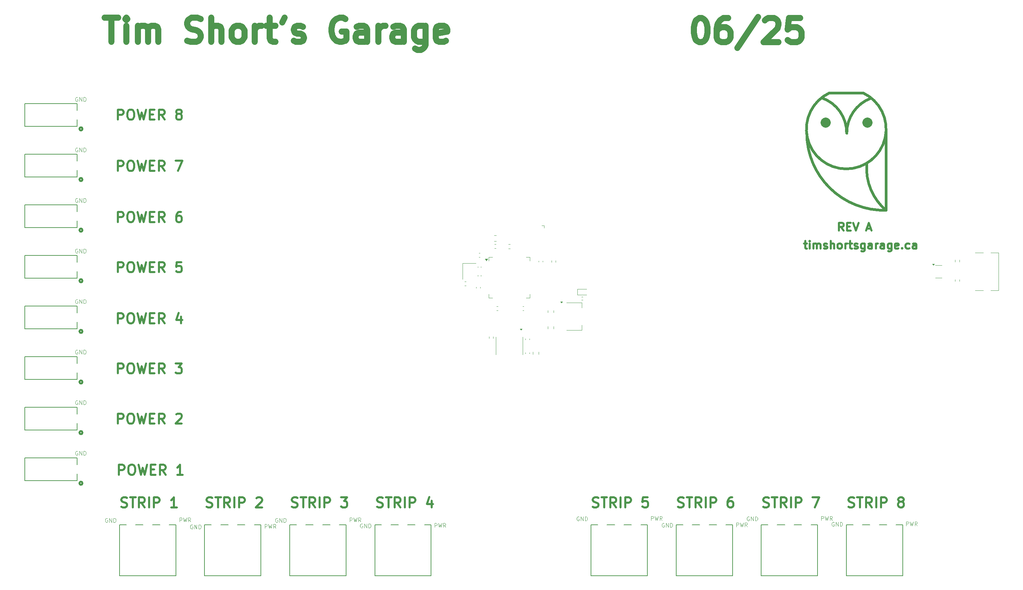
<source format=gbr>
%TF.GenerationSoftware,KiCad,Pcbnew,9.0.1*%
%TF.CreationDate,2025-06-20T14:08:42-04:00*%
%TF.ProjectId,LED-DriverPCB,4c45442d-4472-4697-9665-725043422e6b,rev?*%
%TF.SameCoordinates,Original*%
%TF.FileFunction,Legend,Top*%
%TF.FilePolarity,Positive*%
%FSLAX46Y46*%
G04 Gerber Fmt 4.6, Leading zero omitted, Abs format (unit mm)*
G04 Created by KiCad (PCBNEW 9.0.1) date 2025-06-20 14:08:42*
%MOMM*%
%LPD*%
G01*
G04 APERTURE LIST*
%ADD10C,0.500000*%
%ADD11C,1.500000*%
%ADD12C,0.700000*%
%ADD13C,0.100000*%
%ADD14C,2.500000*%
%ADD15C,0.120000*%
%ADD16C,0.152400*%
%ADD17C,0.508000*%
G04 APERTURE END LIST*
D10*
X301498423Y-131004904D02*
X302260327Y-131004904D01*
X301784137Y-130338238D02*
X301784137Y-132052523D01*
X301784137Y-132052523D02*
X301879375Y-132243000D01*
X301879375Y-132243000D02*
X302069851Y-132338238D01*
X302069851Y-132338238D02*
X302260327Y-132338238D01*
X302926994Y-132338238D02*
X302926994Y-131004904D01*
X302926994Y-130338238D02*
X302831756Y-130433476D01*
X302831756Y-130433476D02*
X302926994Y-130528714D01*
X302926994Y-130528714D02*
X303022232Y-130433476D01*
X303022232Y-130433476D02*
X302926994Y-130338238D01*
X302926994Y-130338238D02*
X302926994Y-130528714D01*
X303879375Y-132338238D02*
X303879375Y-131004904D01*
X303879375Y-131195380D02*
X303974613Y-131100142D01*
X303974613Y-131100142D02*
X304165089Y-131004904D01*
X304165089Y-131004904D02*
X304450804Y-131004904D01*
X304450804Y-131004904D02*
X304641280Y-131100142D01*
X304641280Y-131100142D02*
X304736518Y-131290619D01*
X304736518Y-131290619D02*
X304736518Y-132338238D01*
X304736518Y-131290619D02*
X304831756Y-131100142D01*
X304831756Y-131100142D02*
X305022232Y-131004904D01*
X305022232Y-131004904D02*
X305307946Y-131004904D01*
X305307946Y-131004904D02*
X305498423Y-131100142D01*
X305498423Y-131100142D02*
X305593661Y-131290619D01*
X305593661Y-131290619D02*
X305593661Y-132338238D01*
X306450804Y-132243000D02*
X306641280Y-132338238D01*
X306641280Y-132338238D02*
X307022232Y-132338238D01*
X307022232Y-132338238D02*
X307212709Y-132243000D01*
X307212709Y-132243000D02*
X307307947Y-132052523D01*
X307307947Y-132052523D02*
X307307947Y-131957285D01*
X307307947Y-131957285D02*
X307212709Y-131766809D01*
X307212709Y-131766809D02*
X307022232Y-131671571D01*
X307022232Y-131671571D02*
X306736518Y-131671571D01*
X306736518Y-131671571D02*
X306546042Y-131576333D01*
X306546042Y-131576333D02*
X306450804Y-131385857D01*
X306450804Y-131385857D02*
X306450804Y-131290619D01*
X306450804Y-131290619D02*
X306546042Y-131100142D01*
X306546042Y-131100142D02*
X306736518Y-131004904D01*
X306736518Y-131004904D02*
X307022232Y-131004904D01*
X307022232Y-131004904D02*
X307212709Y-131100142D01*
X308165090Y-132338238D02*
X308165090Y-130338238D01*
X309022233Y-132338238D02*
X309022233Y-131290619D01*
X309022233Y-131290619D02*
X308926995Y-131100142D01*
X308926995Y-131100142D02*
X308736519Y-131004904D01*
X308736519Y-131004904D02*
X308450804Y-131004904D01*
X308450804Y-131004904D02*
X308260328Y-131100142D01*
X308260328Y-131100142D02*
X308165090Y-131195380D01*
X310260328Y-132338238D02*
X310069852Y-132243000D01*
X310069852Y-132243000D02*
X309974614Y-132147761D01*
X309974614Y-132147761D02*
X309879376Y-131957285D01*
X309879376Y-131957285D02*
X309879376Y-131385857D01*
X309879376Y-131385857D02*
X309974614Y-131195380D01*
X309974614Y-131195380D02*
X310069852Y-131100142D01*
X310069852Y-131100142D02*
X310260328Y-131004904D01*
X310260328Y-131004904D02*
X310546043Y-131004904D01*
X310546043Y-131004904D02*
X310736519Y-131100142D01*
X310736519Y-131100142D02*
X310831757Y-131195380D01*
X310831757Y-131195380D02*
X310926995Y-131385857D01*
X310926995Y-131385857D02*
X310926995Y-131957285D01*
X310926995Y-131957285D02*
X310831757Y-132147761D01*
X310831757Y-132147761D02*
X310736519Y-132243000D01*
X310736519Y-132243000D02*
X310546043Y-132338238D01*
X310546043Y-132338238D02*
X310260328Y-132338238D01*
X311784138Y-132338238D02*
X311784138Y-131004904D01*
X311784138Y-131385857D02*
X311879376Y-131195380D01*
X311879376Y-131195380D02*
X311974614Y-131100142D01*
X311974614Y-131100142D02*
X312165090Y-131004904D01*
X312165090Y-131004904D02*
X312355567Y-131004904D01*
X312736519Y-131004904D02*
X313498423Y-131004904D01*
X313022233Y-130338238D02*
X313022233Y-132052523D01*
X313022233Y-132052523D02*
X313117471Y-132243000D01*
X313117471Y-132243000D02*
X313307947Y-132338238D01*
X313307947Y-132338238D02*
X313498423Y-132338238D01*
X314069852Y-132243000D02*
X314260328Y-132338238D01*
X314260328Y-132338238D02*
X314641280Y-132338238D01*
X314641280Y-132338238D02*
X314831757Y-132243000D01*
X314831757Y-132243000D02*
X314926995Y-132052523D01*
X314926995Y-132052523D02*
X314926995Y-131957285D01*
X314926995Y-131957285D02*
X314831757Y-131766809D01*
X314831757Y-131766809D02*
X314641280Y-131671571D01*
X314641280Y-131671571D02*
X314355566Y-131671571D01*
X314355566Y-131671571D02*
X314165090Y-131576333D01*
X314165090Y-131576333D02*
X314069852Y-131385857D01*
X314069852Y-131385857D02*
X314069852Y-131290619D01*
X314069852Y-131290619D02*
X314165090Y-131100142D01*
X314165090Y-131100142D02*
X314355566Y-131004904D01*
X314355566Y-131004904D02*
X314641280Y-131004904D01*
X314641280Y-131004904D02*
X314831757Y-131100142D01*
X316641281Y-131004904D02*
X316641281Y-132623952D01*
X316641281Y-132623952D02*
X316546043Y-132814428D01*
X316546043Y-132814428D02*
X316450805Y-132909666D01*
X316450805Y-132909666D02*
X316260328Y-133004904D01*
X316260328Y-133004904D02*
X315974614Y-133004904D01*
X315974614Y-133004904D02*
X315784138Y-132909666D01*
X316641281Y-132243000D02*
X316450805Y-132338238D01*
X316450805Y-132338238D02*
X316069852Y-132338238D01*
X316069852Y-132338238D02*
X315879376Y-132243000D01*
X315879376Y-132243000D02*
X315784138Y-132147761D01*
X315784138Y-132147761D02*
X315688900Y-131957285D01*
X315688900Y-131957285D02*
X315688900Y-131385857D01*
X315688900Y-131385857D02*
X315784138Y-131195380D01*
X315784138Y-131195380D02*
X315879376Y-131100142D01*
X315879376Y-131100142D02*
X316069852Y-131004904D01*
X316069852Y-131004904D02*
X316450805Y-131004904D01*
X316450805Y-131004904D02*
X316641281Y-131100142D01*
X318450805Y-132338238D02*
X318450805Y-131290619D01*
X318450805Y-131290619D02*
X318355567Y-131100142D01*
X318355567Y-131100142D02*
X318165091Y-131004904D01*
X318165091Y-131004904D02*
X317784138Y-131004904D01*
X317784138Y-131004904D02*
X317593662Y-131100142D01*
X318450805Y-132243000D02*
X318260329Y-132338238D01*
X318260329Y-132338238D02*
X317784138Y-132338238D01*
X317784138Y-132338238D02*
X317593662Y-132243000D01*
X317593662Y-132243000D02*
X317498424Y-132052523D01*
X317498424Y-132052523D02*
X317498424Y-131862047D01*
X317498424Y-131862047D02*
X317593662Y-131671571D01*
X317593662Y-131671571D02*
X317784138Y-131576333D01*
X317784138Y-131576333D02*
X318260329Y-131576333D01*
X318260329Y-131576333D02*
X318450805Y-131481095D01*
X319403186Y-132338238D02*
X319403186Y-131004904D01*
X319403186Y-131385857D02*
X319498424Y-131195380D01*
X319498424Y-131195380D02*
X319593662Y-131100142D01*
X319593662Y-131100142D02*
X319784138Y-131004904D01*
X319784138Y-131004904D02*
X319974615Y-131004904D01*
X321498424Y-132338238D02*
X321498424Y-131290619D01*
X321498424Y-131290619D02*
X321403186Y-131100142D01*
X321403186Y-131100142D02*
X321212710Y-131004904D01*
X321212710Y-131004904D02*
X320831757Y-131004904D01*
X320831757Y-131004904D02*
X320641281Y-131100142D01*
X321498424Y-132243000D02*
X321307948Y-132338238D01*
X321307948Y-132338238D02*
X320831757Y-132338238D01*
X320831757Y-132338238D02*
X320641281Y-132243000D01*
X320641281Y-132243000D02*
X320546043Y-132052523D01*
X320546043Y-132052523D02*
X320546043Y-131862047D01*
X320546043Y-131862047D02*
X320641281Y-131671571D01*
X320641281Y-131671571D02*
X320831757Y-131576333D01*
X320831757Y-131576333D02*
X321307948Y-131576333D01*
X321307948Y-131576333D02*
X321498424Y-131481095D01*
X323307948Y-131004904D02*
X323307948Y-132623952D01*
X323307948Y-132623952D02*
X323212710Y-132814428D01*
X323212710Y-132814428D02*
X323117472Y-132909666D01*
X323117472Y-132909666D02*
X322926995Y-133004904D01*
X322926995Y-133004904D02*
X322641281Y-133004904D01*
X322641281Y-133004904D02*
X322450805Y-132909666D01*
X323307948Y-132243000D02*
X323117472Y-132338238D01*
X323117472Y-132338238D02*
X322736519Y-132338238D01*
X322736519Y-132338238D02*
X322546043Y-132243000D01*
X322546043Y-132243000D02*
X322450805Y-132147761D01*
X322450805Y-132147761D02*
X322355567Y-131957285D01*
X322355567Y-131957285D02*
X322355567Y-131385857D01*
X322355567Y-131385857D02*
X322450805Y-131195380D01*
X322450805Y-131195380D02*
X322546043Y-131100142D01*
X322546043Y-131100142D02*
X322736519Y-131004904D01*
X322736519Y-131004904D02*
X323117472Y-131004904D01*
X323117472Y-131004904D02*
X323307948Y-131100142D01*
X325022234Y-132243000D02*
X324831758Y-132338238D01*
X324831758Y-132338238D02*
X324450805Y-132338238D01*
X324450805Y-132338238D02*
X324260329Y-132243000D01*
X324260329Y-132243000D02*
X324165091Y-132052523D01*
X324165091Y-132052523D02*
X324165091Y-131290619D01*
X324165091Y-131290619D02*
X324260329Y-131100142D01*
X324260329Y-131100142D02*
X324450805Y-131004904D01*
X324450805Y-131004904D02*
X324831758Y-131004904D01*
X324831758Y-131004904D02*
X325022234Y-131100142D01*
X325022234Y-131100142D02*
X325117472Y-131290619D01*
X325117472Y-131290619D02*
X325117472Y-131481095D01*
X325117472Y-131481095D02*
X324165091Y-131671571D01*
X325974615Y-132147761D02*
X326069853Y-132243000D01*
X326069853Y-132243000D02*
X325974615Y-132338238D01*
X325974615Y-132338238D02*
X325879377Y-132243000D01*
X325879377Y-132243000D02*
X325974615Y-132147761D01*
X325974615Y-132147761D02*
X325974615Y-132338238D01*
X327784139Y-132243000D02*
X327593663Y-132338238D01*
X327593663Y-132338238D02*
X327212710Y-132338238D01*
X327212710Y-132338238D02*
X327022234Y-132243000D01*
X327022234Y-132243000D02*
X326926996Y-132147761D01*
X326926996Y-132147761D02*
X326831758Y-131957285D01*
X326831758Y-131957285D02*
X326831758Y-131385857D01*
X326831758Y-131385857D02*
X326926996Y-131195380D01*
X326926996Y-131195380D02*
X327022234Y-131100142D01*
X327022234Y-131100142D02*
X327212710Y-131004904D01*
X327212710Y-131004904D02*
X327593663Y-131004904D01*
X327593663Y-131004904D02*
X327784139Y-131100142D01*
X329498425Y-132338238D02*
X329498425Y-131290619D01*
X329498425Y-131290619D02*
X329403187Y-131100142D01*
X329403187Y-131100142D02*
X329212711Y-131004904D01*
X329212711Y-131004904D02*
X328831758Y-131004904D01*
X328831758Y-131004904D02*
X328641282Y-131100142D01*
X329498425Y-132243000D02*
X329307949Y-132338238D01*
X329307949Y-132338238D02*
X328831758Y-132338238D01*
X328831758Y-132338238D02*
X328641282Y-132243000D01*
X328641282Y-132243000D02*
X328546044Y-132052523D01*
X328546044Y-132052523D02*
X328546044Y-131862047D01*
X328546044Y-131862047D02*
X328641282Y-131671571D01*
X328641282Y-131671571D02*
X328831758Y-131576333D01*
X328831758Y-131576333D02*
X329307949Y-131576333D01*
X329307949Y-131576333D02*
X329498425Y-131481095D01*
X311376994Y-127838238D02*
X310710327Y-126885857D01*
X310234137Y-127838238D02*
X310234137Y-125838238D01*
X310234137Y-125838238D02*
X310996042Y-125838238D01*
X310996042Y-125838238D02*
X311186518Y-125933476D01*
X311186518Y-125933476D02*
X311281756Y-126028714D01*
X311281756Y-126028714D02*
X311376994Y-126219190D01*
X311376994Y-126219190D02*
X311376994Y-126504904D01*
X311376994Y-126504904D02*
X311281756Y-126695380D01*
X311281756Y-126695380D02*
X311186518Y-126790619D01*
X311186518Y-126790619D02*
X310996042Y-126885857D01*
X310996042Y-126885857D02*
X310234137Y-126885857D01*
X312234137Y-126790619D02*
X312900804Y-126790619D01*
X313186518Y-127838238D02*
X312234137Y-127838238D01*
X312234137Y-127838238D02*
X312234137Y-125838238D01*
X312234137Y-125838238D02*
X313186518Y-125838238D01*
X313757947Y-125838238D02*
X314424613Y-127838238D01*
X314424613Y-127838238D02*
X315091280Y-125838238D01*
X317186519Y-127266809D02*
X318138900Y-127266809D01*
X316996043Y-127838238D02*
X317662709Y-125838238D01*
X317662709Y-125838238D02*
X318329376Y-127838238D01*
D11*
X275437270Y-74846714D02*
X276008699Y-74846714D01*
X276008699Y-74846714D02*
X276580127Y-75132428D01*
X276580127Y-75132428D02*
X276865842Y-75418142D01*
X276865842Y-75418142D02*
X277151556Y-75989571D01*
X277151556Y-75989571D02*
X277437270Y-77132428D01*
X277437270Y-77132428D02*
X277437270Y-78561000D01*
X277437270Y-78561000D02*
X277151556Y-79703857D01*
X277151556Y-79703857D02*
X276865842Y-80275285D01*
X276865842Y-80275285D02*
X276580127Y-80561000D01*
X276580127Y-80561000D02*
X276008699Y-80846714D01*
X276008699Y-80846714D02*
X275437270Y-80846714D01*
X275437270Y-80846714D02*
X274865842Y-80561000D01*
X274865842Y-80561000D02*
X274580127Y-80275285D01*
X274580127Y-80275285D02*
X274294413Y-79703857D01*
X274294413Y-79703857D02*
X274008699Y-78561000D01*
X274008699Y-78561000D02*
X274008699Y-77132428D01*
X274008699Y-77132428D02*
X274294413Y-75989571D01*
X274294413Y-75989571D02*
X274580127Y-75418142D01*
X274580127Y-75418142D02*
X274865842Y-75132428D01*
X274865842Y-75132428D02*
X275437270Y-74846714D01*
X282580128Y-74846714D02*
X281437270Y-74846714D01*
X281437270Y-74846714D02*
X280865842Y-75132428D01*
X280865842Y-75132428D02*
X280580128Y-75418142D01*
X280580128Y-75418142D02*
X280008699Y-76275285D01*
X280008699Y-76275285D02*
X279722985Y-77418142D01*
X279722985Y-77418142D02*
X279722985Y-79703857D01*
X279722985Y-79703857D02*
X280008699Y-80275285D01*
X280008699Y-80275285D02*
X280294413Y-80561000D01*
X280294413Y-80561000D02*
X280865842Y-80846714D01*
X280865842Y-80846714D02*
X282008699Y-80846714D01*
X282008699Y-80846714D02*
X282580128Y-80561000D01*
X282580128Y-80561000D02*
X282865842Y-80275285D01*
X282865842Y-80275285D02*
X283151556Y-79703857D01*
X283151556Y-79703857D02*
X283151556Y-78275285D01*
X283151556Y-78275285D02*
X282865842Y-77703857D01*
X282865842Y-77703857D02*
X282580128Y-77418142D01*
X282580128Y-77418142D02*
X282008699Y-77132428D01*
X282008699Y-77132428D02*
X280865842Y-77132428D01*
X280865842Y-77132428D02*
X280294413Y-77418142D01*
X280294413Y-77418142D02*
X280008699Y-77703857D01*
X280008699Y-77703857D02*
X279722985Y-78275285D01*
X290008699Y-74561000D02*
X284865842Y-82275285D01*
X291722985Y-75418142D02*
X292008699Y-75132428D01*
X292008699Y-75132428D02*
X292580128Y-74846714D01*
X292580128Y-74846714D02*
X294008699Y-74846714D01*
X294008699Y-74846714D02*
X294580128Y-75132428D01*
X294580128Y-75132428D02*
X294865842Y-75418142D01*
X294865842Y-75418142D02*
X295151556Y-75989571D01*
X295151556Y-75989571D02*
X295151556Y-76561000D01*
X295151556Y-76561000D02*
X294865842Y-77418142D01*
X294865842Y-77418142D02*
X291437270Y-80846714D01*
X291437270Y-80846714D02*
X295151556Y-80846714D01*
X300580128Y-74846714D02*
X297722985Y-74846714D01*
X297722985Y-74846714D02*
X297437271Y-77703857D01*
X297437271Y-77703857D02*
X297722985Y-77418142D01*
X297722985Y-77418142D02*
X298294414Y-77132428D01*
X298294414Y-77132428D02*
X299722985Y-77132428D01*
X299722985Y-77132428D02*
X300294414Y-77418142D01*
X300294414Y-77418142D02*
X300580128Y-77703857D01*
X300580128Y-77703857D02*
X300865842Y-78275285D01*
X300865842Y-78275285D02*
X300865842Y-79703857D01*
X300865842Y-79703857D02*
X300580128Y-80275285D01*
X300580128Y-80275285D02*
X300294414Y-80561000D01*
X300294414Y-80561000D02*
X299722985Y-80846714D01*
X299722985Y-80846714D02*
X298294414Y-80846714D01*
X298294414Y-80846714D02*
X297722985Y-80561000D01*
X297722985Y-80561000D02*
X297437271Y-80275285D01*
X127137270Y-74746714D02*
X130565842Y-74746714D01*
X128851556Y-80746714D02*
X128851556Y-74746714D01*
X132565842Y-80746714D02*
X132565842Y-76746714D01*
X132565842Y-74746714D02*
X132280128Y-75032428D01*
X132280128Y-75032428D02*
X132565842Y-75318142D01*
X132565842Y-75318142D02*
X132851556Y-75032428D01*
X132851556Y-75032428D02*
X132565842Y-74746714D01*
X132565842Y-74746714D02*
X132565842Y-75318142D01*
X135422985Y-80746714D02*
X135422985Y-76746714D01*
X135422985Y-77318142D02*
X135708699Y-77032428D01*
X135708699Y-77032428D02*
X136280128Y-76746714D01*
X136280128Y-76746714D02*
X137137271Y-76746714D01*
X137137271Y-76746714D02*
X137708699Y-77032428D01*
X137708699Y-77032428D02*
X137994414Y-77603857D01*
X137994414Y-77603857D02*
X137994414Y-80746714D01*
X137994414Y-77603857D02*
X138280128Y-77032428D01*
X138280128Y-77032428D02*
X138851556Y-76746714D01*
X138851556Y-76746714D02*
X139708699Y-76746714D01*
X139708699Y-76746714D02*
X140280128Y-77032428D01*
X140280128Y-77032428D02*
X140565842Y-77603857D01*
X140565842Y-77603857D02*
X140565842Y-80746714D01*
X147708700Y-80461000D02*
X148565843Y-80746714D01*
X148565843Y-80746714D02*
X149994414Y-80746714D01*
X149994414Y-80746714D02*
X150565843Y-80461000D01*
X150565843Y-80461000D02*
X150851557Y-80175285D01*
X150851557Y-80175285D02*
X151137271Y-79603857D01*
X151137271Y-79603857D02*
X151137271Y-79032428D01*
X151137271Y-79032428D02*
X150851557Y-78461000D01*
X150851557Y-78461000D02*
X150565843Y-78175285D01*
X150565843Y-78175285D02*
X149994414Y-77889571D01*
X149994414Y-77889571D02*
X148851557Y-77603857D01*
X148851557Y-77603857D02*
X148280128Y-77318142D01*
X148280128Y-77318142D02*
X147994414Y-77032428D01*
X147994414Y-77032428D02*
X147708700Y-76461000D01*
X147708700Y-76461000D02*
X147708700Y-75889571D01*
X147708700Y-75889571D02*
X147994414Y-75318142D01*
X147994414Y-75318142D02*
X148280128Y-75032428D01*
X148280128Y-75032428D02*
X148851557Y-74746714D01*
X148851557Y-74746714D02*
X150280128Y-74746714D01*
X150280128Y-74746714D02*
X151137271Y-75032428D01*
X153708700Y-80746714D02*
X153708700Y-74746714D01*
X156280129Y-80746714D02*
X156280129Y-77603857D01*
X156280129Y-77603857D02*
X155994414Y-77032428D01*
X155994414Y-77032428D02*
X155422986Y-76746714D01*
X155422986Y-76746714D02*
X154565843Y-76746714D01*
X154565843Y-76746714D02*
X153994414Y-77032428D01*
X153994414Y-77032428D02*
X153708700Y-77318142D01*
X159994414Y-80746714D02*
X159422985Y-80461000D01*
X159422985Y-80461000D02*
X159137271Y-80175285D01*
X159137271Y-80175285D02*
X158851557Y-79603857D01*
X158851557Y-79603857D02*
X158851557Y-77889571D01*
X158851557Y-77889571D02*
X159137271Y-77318142D01*
X159137271Y-77318142D02*
X159422985Y-77032428D01*
X159422985Y-77032428D02*
X159994414Y-76746714D01*
X159994414Y-76746714D02*
X160851557Y-76746714D01*
X160851557Y-76746714D02*
X161422985Y-77032428D01*
X161422985Y-77032428D02*
X161708700Y-77318142D01*
X161708700Y-77318142D02*
X161994414Y-77889571D01*
X161994414Y-77889571D02*
X161994414Y-79603857D01*
X161994414Y-79603857D02*
X161708700Y-80175285D01*
X161708700Y-80175285D02*
X161422985Y-80461000D01*
X161422985Y-80461000D02*
X160851557Y-80746714D01*
X160851557Y-80746714D02*
X159994414Y-80746714D01*
X164565842Y-80746714D02*
X164565842Y-76746714D01*
X164565842Y-77889571D02*
X164851556Y-77318142D01*
X164851556Y-77318142D02*
X165137271Y-77032428D01*
X165137271Y-77032428D02*
X165708699Y-76746714D01*
X165708699Y-76746714D02*
X166280128Y-76746714D01*
X167422985Y-76746714D02*
X169708699Y-76746714D01*
X168280128Y-74746714D02*
X168280128Y-79889571D01*
X168280128Y-79889571D02*
X168565842Y-80461000D01*
X168565842Y-80461000D02*
X169137271Y-80746714D01*
X169137271Y-80746714D02*
X169708699Y-80746714D01*
X171994413Y-74746714D02*
X171422985Y-75889571D01*
X174280128Y-80461000D02*
X174851556Y-80746714D01*
X174851556Y-80746714D02*
X175994413Y-80746714D01*
X175994413Y-80746714D02*
X176565842Y-80461000D01*
X176565842Y-80461000D02*
X176851556Y-79889571D01*
X176851556Y-79889571D02*
X176851556Y-79603857D01*
X176851556Y-79603857D02*
X176565842Y-79032428D01*
X176565842Y-79032428D02*
X175994413Y-78746714D01*
X175994413Y-78746714D02*
X175137271Y-78746714D01*
X175137271Y-78746714D02*
X174565842Y-78461000D01*
X174565842Y-78461000D02*
X174280128Y-77889571D01*
X174280128Y-77889571D02*
X174280128Y-77603857D01*
X174280128Y-77603857D02*
X174565842Y-77032428D01*
X174565842Y-77032428D02*
X175137271Y-76746714D01*
X175137271Y-76746714D02*
X175994413Y-76746714D01*
X175994413Y-76746714D02*
X176565842Y-77032428D01*
X187137271Y-75032428D02*
X186565843Y-74746714D01*
X186565843Y-74746714D02*
X185708700Y-74746714D01*
X185708700Y-74746714D02*
X184851557Y-75032428D01*
X184851557Y-75032428D02*
X184280128Y-75603857D01*
X184280128Y-75603857D02*
X183994414Y-76175285D01*
X183994414Y-76175285D02*
X183708700Y-77318142D01*
X183708700Y-77318142D02*
X183708700Y-78175285D01*
X183708700Y-78175285D02*
X183994414Y-79318142D01*
X183994414Y-79318142D02*
X184280128Y-79889571D01*
X184280128Y-79889571D02*
X184851557Y-80461000D01*
X184851557Y-80461000D02*
X185708700Y-80746714D01*
X185708700Y-80746714D02*
X186280128Y-80746714D01*
X186280128Y-80746714D02*
X187137271Y-80461000D01*
X187137271Y-80461000D02*
X187422985Y-80175285D01*
X187422985Y-80175285D02*
X187422985Y-78175285D01*
X187422985Y-78175285D02*
X186280128Y-78175285D01*
X192565843Y-80746714D02*
X192565843Y-77603857D01*
X192565843Y-77603857D02*
X192280128Y-77032428D01*
X192280128Y-77032428D02*
X191708700Y-76746714D01*
X191708700Y-76746714D02*
X190565843Y-76746714D01*
X190565843Y-76746714D02*
X189994414Y-77032428D01*
X192565843Y-80461000D02*
X191994414Y-80746714D01*
X191994414Y-80746714D02*
X190565843Y-80746714D01*
X190565843Y-80746714D02*
X189994414Y-80461000D01*
X189994414Y-80461000D02*
X189708700Y-79889571D01*
X189708700Y-79889571D02*
X189708700Y-79318142D01*
X189708700Y-79318142D02*
X189994414Y-78746714D01*
X189994414Y-78746714D02*
X190565843Y-78461000D01*
X190565843Y-78461000D02*
X191994414Y-78461000D01*
X191994414Y-78461000D02*
X192565843Y-78175285D01*
X195422985Y-80746714D02*
X195422985Y-76746714D01*
X195422985Y-77889571D02*
X195708699Y-77318142D01*
X195708699Y-77318142D02*
X195994414Y-77032428D01*
X195994414Y-77032428D02*
X196565842Y-76746714D01*
X196565842Y-76746714D02*
X197137271Y-76746714D01*
X201708700Y-80746714D02*
X201708700Y-77603857D01*
X201708700Y-77603857D02*
X201422985Y-77032428D01*
X201422985Y-77032428D02*
X200851557Y-76746714D01*
X200851557Y-76746714D02*
X199708700Y-76746714D01*
X199708700Y-76746714D02*
X199137271Y-77032428D01*
X201708700Y-80461000D02*
X201137271Y-80746714D01*
X201137271Y-80746714D02*
X199708700Y-80746714D01*
X199708700Y-80746714D02*
X199137271Y-80461000D01*
X199137271Y-80461000D02*
X198851557Y-79889571D01*
X198851557Y-79889571D02*
X198851557Y-79318142D01*
X198851557Y-79318142D02*
X199137271Y-78746714D01*
X199137271Y-78746714D02*
X199708700Y-78461000D01*
X199708700Y-78461000D02*
X201137271Y-78461000D01*
X201137271Y-78461000D02*
X201708700Y-78175285D01*
X207137271Y-76746714D02*
X207137271Y-81603857D01*
X207137271Y-81603857D02*
X206851556Y-82175285D01*
X206851556Y-82175285D02*
X206565842Y-82461000D01*
X206565842Y-82461000D02*
X205994413Y-82746714D01*
X205994413Y-82746714D02*
X205137271Y-82746714D01*
X205137271Y-82746714D02*
X204565842Y-82461000D01*
X207137271Y-80461000D02*
X206565842Y-80746714D01*
X206565842Y-80746714D02*
X205422985Y-80746714D01*
X205422985Y-80746714D02*
X204851556Y-80461000D01*
X204851556Y-80461000D02*
X204565842Y-80175285D01*
X204565842Y-80175285D02*
X204280128Y-79603857D01*
X204280128Y-79603857D02*
X204280128Y-77889571D01*
X204280128Y-77889571D02*
X204565842Y-77318142D01*
X204565842Y-77318142D02*
X204851556Y-77032428D01*
X204851556Y-77032428D02*
X205422985Y-76746714D01*
X205422985Y-76746714D02*
X206565842Y-76746714D01*
X206565842Y-76746714D02*
X207137271Y-77032428D01*
X212280127Y-80461000D02*
X211708699Y-80746714D01*
X211708699Y-80746714D02*
X210565842Y-80746714D01*
X210565842Y-80746714D02*
X209994413Y-80461000D01*
X209994413Y-80461000D02*
X209708699Y-79889571D01*
X209708699Y-79889571D02*
X209708699Y-77603857D01*
X209708699Y-77603857D02*
X209994413Y-77032428D01*
X209994413Y-77032428D02*
X210565842Y-76746714D01*
X210565842Y-76746714D02*
X211708699Y-76746714D01*
X211708699Y-76746714D02*
X212280127Y-77032428D01*
X212280127Y-77032428D02*
X212565842Y-77603857D01*
X212565842Y-77603857D02*
X212565842Y-78175285D01*
X212565842Y-78175285D02*
X209708699Y-78746714D01*
D12*
X307829001Y-93491000D02*
X316229000Y-93491001D01*
X321928986Y-122738551D02*
G75*
G02*
X317131465Y-111213584I8974014J10496651D01*
G01*
X305929000Y-94726335D02*
G75*
G02*
X312123257Y-103491654I-2977500J-8675465D01*
G01*
D13*
X317717007Y-110632657D02*
G75*
G02*
X302097233Y-102491000I-5688007J8141657D01*
G01*
D14*
X306929001Y-100891000D02*
X306929001Y-100891000D01*
X306929001Y-100891000D01*
X306929001Y-100891000D01*
X306929001Y-100891000D01*
X306929001Y-100891000D01*
X306929001Y-100891001D01*
X306929001Y-100891001D01*
X306929001Y-100891001D01*
X306929001Y-100891001D01*
X306929001Y-100891001D01*
X306929001Y-100891001D01*
X306929001Y-100891001D01*
X306929000Y-100891001D01*
X306929000Y-100891001D01*
X306929000Y-100891001D01*
X306929000Y-100891001D01*
X306929000Y-100891001D01*
X306929000Y-100891001D01*
X306929000Y-100891001D01*
X306929000Y-100891001D01*
X306929000Y-100891001D01*
X306929000Y-100891001D01*
X306929000Y-100891001D01*
X306929000Y-100891001D01*
X306928999Y-100891001D01*
X306928999Y-100891001D01*
X306928999Y-100891001D01*
X306928999Y-100891001D01*
X306928999Y-100891001D01*
X306928999Y-100891001D01*
X306928999Y-100891000D01*
X306928999Y-100891000D01*
X306928999Y-100891000D01*
X306928999Y-100891000D01*
X306928999Y-100891000D01*
X306928999Y-100891000D01*
X306928999Y-100891000D02*
X306928999Y-100891000D01*
X306928999Y-100891000D01*
X306928999Y-100891000D01*
X306928999Y-100891000D01*
X306928999Y-100891000D01*
X306928999Y-100891000D01*
X306928999Y-100890999D01*
X306928999Y-100890999D01*
X306928999Y-100890999D01*
X306928999Y-100890999D01*
X306928999Y-100890999D01*
X306929000Y-100890999D01*
X306929000Y-100890999D01*
X306929000Y-100890999D01*
X306929000Y-100890999D01*
X306929000Y-100890999D01*
X306929000Y-100890999D01*
X306929000Y-100890999D01*
X306929000Y-100890999D01*
X306929000Y-100890999D01*
X306929000Y-100890999D01*
X306929000Y-100890999D01*
X306929000Y-100890999D01*
X306929001Y-100890999D01*
X306929001Y-100890999D01*
X306929001Y-100890999D01*
X306929001Y-100890999D01*
X306929001Y-100890999D01*
X306929001Y-100890999D01*
X306929001Y-100891000D01*
X306929001Y-100891000D01*
X306929001Y-100891000D01*
X306929001Y-100891000D01*
X306929001Y-100891000D01*
X306929001Y-100891000D01*
X306929001Y-100891000D01*
D12*
X321929000Y-122738551D02*
G75*
G02*
X302176137Y-103443781I-452800J19294751D01*
G01*
X321929000Y-103284722D02*
X321929000Y-122738551D01*
X316229000Y-93491000D02*
G75*
G02*
X307829000Y-93491000I-4200000J-9000000D01*
G01*
X312167856Y-103556974D02*
G75*
G02*
X318229001Y-94791004I9238644J90474D01*
G01*
D14*
X317329001Y-100891000D02*
X317329001Y-100891000D01*
X317329001Y-100891000D01*
X317329001Y-100891000D01*
X317329001Y-100891000D01*
X317329001Y-100891000D01*
X317329001Y-100891001D01*
X317329001Y-100891001D01*
X317329001Y-100891001D01*
X317329001Y-100891001D01*
X317329001Y-100891001D01*
X317329001Y-100891001D01*
X317329001Y-100891001D01*
X317329000Y-100891001D01*
X317329000Y-100891001D01*
X317329000Y-100891001D01*
X317329000Y-100891001D01*
X317329000Y-100891001D01*
X317329000Y-100891001D01*
X317329000Y-100891001D01*
X317329000Y-100891001D01*
X317329000Y-100891001D01*
X317329000Y-100891001D01*
X317329000Y-100891001D01*
X317329000Y-100891001D01*
X317328999Y-100891001D01*
X317328999Y-100891001D01*
X317328999Y-100891001D01*
X317328999Y-100891001D01*
X317328999Y-100891001D01*
X317328999Y-100891001D01*
X317328999Y-100891000D01*
X317328999Y-100891000D01*
X317328999Y-100891000D01*
X317328999Y-100891000D01*
X317328999Y-100891000D01*
X317328999Y-100891000D01*
X317328999Y-100891000D02*
X317328999Y-100891000D01*
X317328999Y-100891000D01*
X317328999Y-100891000D01*
X317328999Y-100891000D01*
X317328999Y-100891000D01*
X317328999Y-100891000D01*
X317328999Y-100890999D01*
X317328999Y-100890999D01*
X317328999Y-100890999D01*
X317328999Y-100890999D01*
X317328999Y-100890999D01*
X317329000Y-100890999D01*
X317329000Y-100890999D01*
X317329000Y-100890999D01*
X317329000Y-100890999D01*
X317329000Y-100890999D01*
X317329000Y-100890999D01*
X317329000Y-100890999D01*
X317329000Y-100890999D01*
X317329000Y-100890999D01*
X317329000Y-100890999D01*
X317329000Y-100890999D01*
X317329000Y-100890999D01*
X317329001Y-100890999D01*
X317329001Y-100890999D01*
X317329001Y-100890999D01*
X317329001Y-100890999D01*
X317329001Y-100890999D01*
X317329001Y-100890999D01*
X317329001Y-100891000D01*
X317329001Y-100891000D01*
X317329001Y-100891000D01*
X317329001Y-100891000D01*
X317329001Y-100891000D01*
X317329001Y-100891000D01*
X317329001Y-100891000D01*
D10*
X130703185Y-188659047D02*
X130703185Y-186159047D01*
X130703185Y-186159047D02*
X131655566Y-186159047D01*
X131655566Y-186159047D02*
X131893661Y-186278095D01*
X131893661Y-186278095D02*
X132012708Y-186397142D01*
X132012708Y-186397142D02*
X132131756Y-186635238D01*
X132131756Y-186635238D02*
X132131756Y-186992380D01*
X132131756Y-186992380D02*
X132012708Y-187230476D01*
X132012708Y-187230476D02*
X131893661Y-187349523D01*
X131893661Y-187349523D02*
X131655566Y-187468571D01*
X131655566Y-187468571D02*
X130703185Y-187468571D01*
X133679375Y-186159047D02*
X134155566Y-186159047D01*
X134155566Y-186159047D02*
X134393661Y-186278095D01*
X134393661Y-186278095D02*
X134631756Y-186516190D01*
X134631756Y-186516190D02*
X134750804Y-186992380D01*
X134750804Y-186992380D02*
X134750804Y-187825714D01*
X134750804Y-187825714D02*
X134631756Y-188301904D01*
X134631756Y-188301904D02*
X134393661Y-188540000D01*
X134393661Y-188540000D02*
X134155566Y-188659047D01*
X134155566Y-188659047D02*
X133679375Y-188659047D01*
X133679375Y-188659047D02*
X133441280Y-188540000D01*
X133441280Y-188540000D02*
X133203185Y-188301904D01*
X133203185Y-188301904D02*
X133084137Y-187825714D01*
X133084137Y-187825714D02*
X133084137Y-186992380D01*
X133084137Y-186992380D02*
X133203185Y-186516190D01*
X133203185Y-186516190D02*
X133441280Y-186278095D01*
X133441280Y-186278095D02*
X133679375Y-186159047D01*
X135584137Y-186159047D02*
X136179375Y-188659047D01*
X136179375Y-188659047D02*
X136655566Y-186873333D01*
X136655566Y-186873333D02*
X137131756Y-188659047D01*
X137131756Y-188659047D02*
X137726995Y-186159047D01*
X138679376Y-187349523D02*
X139512709Y-187349523D01*
X139869852Y-188659047D02*
X138679376Y-188659047D01*
X138679376Y-188659047D02*
X138679376Y-186159047D01*
X138679376Y-186159047D02*
X139869852Y-186159047D01*
X142369852Y-188659047D02*
X141536519Y-187468571D01*
X140941281Y-188659047D02*
X140941281Y-186159047D01*
X140941281Y-186159047D02*
X141893662Y-186159047D01*
X141893662Y-186159047D02*
X142131757Y-186278095D01*
X142131757Y-186278095D02*
X142250804Y-186397142D01*
X142250804Y-186397142D02*
X142369852Y-186635238D01*
X142369852Y-186635238D02*
X142369852Y-186992380D01*
X142369852Y-186992380D02*
X142250804Y-187230476D01*
X142250804Y-187230476D02*
X142131757Y-187349523D01*
X142131757Y-187349523D02*
X141893662Y-187468571D01*
X141893662Y-187468571D02*
X140941281Y-187468571D01*
X146655566Y-188659047D02*
X145226995Y-188659047D01*
X145941281Y-188659047D02*
X145941281Y-186159047D01*
X145941281Y-186159047D02*
X145703185Y-186516190D01*
X145703185Y-186516190D02*
X145465090Y-186754285D01*
X145465090Y-186754285D02*
X145226995Y-186873333D01*
D13*
X326982384Y-201354319D02*
X326982384Y-200354319D01*
X326982384Y-200354319D02*
X327363336Y-200354319D01*
X327363336Y-200354319D02*
X327458574Y-200401938D01*
X327458574Y-200401938D02*
X327506193Y-200449557D01*
X327506193Y-200449557D02*
X327553812Y-200544795D01*
X327553812Y-200544795D02*
X327553812Y-200687652D01*
X327553812Y-200687652D02*
X327506193Y-200782890D01*
X327506193Y-200782890D02*
X327458574Y-200830509D01*
X327458574Y-200830509D02*
X327363336Y-200878128D01*
X327363336Y-200878128D02*
X326982384Y-200878128D01*
X327887146Y-200354319D02*
X328125241Y-201354319D01*
X328125241Y-201354319D02*
X328315717Y-200640033D01*
X328315717Y-200640033D02*
X328506193Y-201354319D01*
X328506193Y-201354319D02*
X328744289Y-200354319D01*
X329696669Y-201354319D02*
X329363336Y-200878128D01*
X329125241Y-201354319D02*
X329125241Y-200354319D01*
X329125241Y-200354319D02*
X329506193Y-200354319D01*
X329506193Y-200354319D02*
X329601431Y-200401938D01*
X329601431Y-200401938D02*
X329649050Y-200449557D01*
X329649050Y-200449557D02*
X329696669Y-200544795D01*
X329696669Y-200544795D02*
X329696669Y-200687652D01*
X329696669Y-200687652D02*
X329649050Y-200782890D01*
X329649050Y-200782890D02*
X329601431Y-200830509D01*
X329601431Y-200830509D02*
X329506193Y-200878128D01*
X329506193Y-200878128D02*
X329125241Y-200878128D01*
X120406693Y-182811038D02*
X120311455Y-182763419D01*
X120311455Y-182763419D02*
X120168598Y-182763419D01*
X120168598Y-182763419D02*
X120025741Y-182811038D01*
X120025741Y-182811038D02*
X119930503Y-182906276D01*
X119930503Y-182906276D02*
X119882884Y-183001514D01*
X119882884Y-183001514D02*
X119835265Y-183191990D01*
X119835265Y-183191990D02*
X119835265Y-183334847D01*
X119835265Y-183334847D02*
X119882884Y-183525323D01*
X119882884Y-183525323D02*
X119930503Y-183620561D01*
X119930503Y-183620561D02*
X120025741Y-183715800D01*
X120025741Y-183715800D02*
X120168598Y-183763419D01*
X120168598Y-183763419D02*
X120263836Y-183763419D01*
X120263836Y-183763419D02*
X120406693Y-183715800D01*
X120406693Y-183715800D02*
X120454312Y-183668180D01*
X120454312Y-183668180D02*
X120454312Y-183334847D01*
X120454312Y-183334847D02*
X120263836Y-183334847D01*
X120882884Y-183763419D02*
X120882884Y-182763419D01*
X120882884Y-182763419D02*
X121454312Y-183763419D01*
X121454312Y-183763419D02*
X121454312Y-182763419D01*
X121930503Y-183763419D02*
X121930503Y-182763419D01*
X121930503Y-182763419D02*
X122168598Y-182763419D01*
X122168598Y-182763419D02*
X122311455Y-182811038D01*
X122311455Y-182811038D02*
X122406693Y-182906276D01*
X122406693Y-182906276D02*
X122454312Y-183001514D01*
X122454312Y-183001514D02*
X122501931Y-183191990D01*
X122501931Y-183191990D02*
X122501931Y-183334847D01*
X122501931Y-183334847D02*
X122454312Y-183525323D01*
X122454312Y-183525323D02*
X122406693Y-183620561D01*
X122406693Y-183620561D02*
X122311455Y-183715800D01*
X122311455Y-183715800D02*
X122168598Y-183763419D01*
X122168598Y-183763419D02*
X121930503Y-183763419D01*
X191431493Y-200911938D02*
X191336255Y-200864319D01*
X191336255Y-200864319D02*
X191193398Y-200864319D01*
X191193398Y-200864319D02*
X191050541Y-200911938D01*
X191050541Y-200911938D02*
X190955303Y-201007176D01*
X190955303Y-201007176D02*
X190907684Y-201102414D01*
X190907684Y-201102414D02*
X190860065Y-201292890D01*
X190860065Y-201292890D02*
X190860065Y-201435747D01*
X190860065Y-201435747D02*
X190907684Y-201626223D01*
X190907684Y-201626223D02*
X190955303Y-201721461D01*
X190955303Y-201721461D02*
X191050541Y-201816700D01*
X191050541Y-201816700D02*
X191193398Y-201864319D01*
X191193398Y-201864319D02*
X191288636Y-201864319D01*
X191288636Y-201864319D02*
X191431493Y-201816700D01*
X191431493Y-201816700D02*
X191479112Y-201769080D01*
X191479112Y-201769080D02*
X191479112Y-201435747D01*
X191479112Y-201435747D02*
X191288636Y-201435747D01*
X191907684Y-201864319D02*
X191907684Y-200864319D01*
X191907684Y-200864319D02*
X192479112Y-201864319D01*
X192479112Y-201864319D02*
X192479112Y-200864319D01*
X192955303Y-201864319D02*
X192955303Y-200864319D01*
X192955303Y-200864319D02*
X193193398Y-200864319D01*
X193193398Y-200864319D02*
X193336255Y-200911938D01*
X193336255Y-200911938D02*
X193431493Y-201007176D01*
X193431493Y-201007176D02*
X193479112Y-201102414D01*
X193479112Y-201102414D02*
X193526731Y-201292890D01*
X193526731Y-201292890D02*
X193526731Y-201435747D01*
X193526731Y-201435747D02*
X193479112Y-201626223D01*
X193479112Y-201626223D02*
X193431493Y-201721461D01*
X193431493Y-201721461D02*
X193336255Y-201816700D01*
X193336255Y-201816700D02*
X193193398Y-201864319D01*
X193193398Y-201864319D02*
X192955303Y-201864319D01*
D10*
X312584137Y-196680900D02*
X312941280Y-196799947D01*
X312941280Y-196799947D02*
X313536518Y-196799947D01*
X313536518Y-196799947D02*
X313774613Y-196680900D01*
X313774613Y-196680900D02*
X313893661Y-196561852D01*
X313893661Y-196561852D02*
X314012708Y-196323757D01*
X314012708Y-196323757D02*
X314012708Y-196085661D01*
X314012708Y-196085661D02*
X313893661Y-195847566D01*
X313893661Y-195847566D02*
X313774613Y-195728519D01*
X313774613Y-195728519D02*
X313536518Y-195609471D01*
X313536518Y-195609471D02*
X313060327Y-195490423D01*
X313060327Y-195490423D02*
X312822232Y-195371376D01*
X312822232Y-195371376D02*
X312703185Y-195252328D01*
X312703185Y-195252328D02*
X312584137Y-195014233D01*
X312584137Y-195014233D02*
X312584137Y-194776138D01*
X312584137Y-194776138D02*
X312703185Y-194538042D01*
X312703185Y-194538042D02*
X312822232Y-194418995D01*
X312822232Y-194418995D02*
X313060327Y-194299947D01*
X313060327Y-194299947D02*
X313655566Y-194299947D01*
X313655566Y-194299947D02*
X314012708Y-194418995D01*
X314726994Y-194299947D02*
X316155565Y-194299947D01*
X315441279Y-196799947D02*
X315441279Y-194299947D01*
X318417470Y-196799947D02*
X317584137Y-195609471D01*
X316988899Y-196799947D02*
X316988899Y-194299947D01*
X316988899Y-194299947D02*
X317941280Y-194299947D01*
X317941280Y-194299947D02*
X318179375Y-194418995D01*
X318179375Y-194418995D02*
X318298422Y-194538042D01*
X318298422Y-194538042D02*
X318417470Y-194776138D01*
X318417470Y-194776138D02*
X318417470Y-195133280D01*
X318417470Y-195133280D02*
X318298422Y-195371376D01*
X318298422Y-195371376D02*
X318179375Y-195490423D01*
X318179375Y-195490423D02*
X317941280Y-195609471D01*
X317941280Y-195609471D02*
X316988899Y-195609471D01*
X319488899Y-196799947D02*
X319488899Y-194299947D01*
X320679375Y-196799947D02*
X320679375Y-194299947D01*
X320679375Y-194299947D02*
X321631756Y-194299947D01*
X321631756Y-194299947D02*
X321869851Y-194418995D01*
X321869851Y-194418995D02*
X321988898Y-194538042D01*
X321988898Y-194538042D02*
X322107946Y-194776138D01*
X322107946Y-194776138D02*
X322107946Y-195133280D01*
X322107946Y-195133280D02*
X321988898Y-195371376D01*
X321988898Y-195371376D02*
X321869851Y-195490423D01*
X321869851Y-195490423D02*
X321631756Y-195609471D01*
X321631756Y-195609471D02*
X320679375Y-195609471D01*
X325441279Y-195371376D02*
X325203184Y-195252328D01*
X325203184Y-195252328D02*
X325084137Y-195133280D01*
X325084137Y-195133280D02*
X324965089Y-194895185D01*
X324965089Y-194895185D02*
X324965089Y-194776138D01*
X324965089Y-194776138D02*
X325084137Y-194538042D01*
X325084137Y-194538042D02*
X325203184Y-194418995D01*
X325203184Y-194418995D02*
X325441279Y-194299947D01*
X325441279Y-194299947D02*
X325917470Y-194299947D01*
X325917470Y-194299947D02*
X326155565Y-194418995D01*
X326155565Y-194418995D02*
X326274613Y-194538042D01*
X326274613Y-194538042D02*
X326393660Y-194776138D01*
X326393660Y-194776138D02*
X326393660Y-194895185D01*
X326393660Y-194895185D02*
X326274613Y-195133280D01*
X326274613Y-195133280D02*
X326155565Y-195252328D01*
X326155565Y-195252328D02*
X325917470Y-195371376D01*
X325917470Y-195371376D02*
X325441279Y-195371376D01*
X325441279Y-195371376D02*
X325203184Y-195490423D01*
X325203184Y-195490423D02*
X325084137Y-195609471D01*
X325084137Y-195609471D02*
X324965089Y-195847566D01*
X324965089Y-195847566D02*
X324965089Y-196323757D01*
X324965089Y-196323757D02*
X325084137Y-196561852D01*
X325084137Y-196561852D02*
X325203184Y-196680900D01*
X325203184Y-196680900D02*
X325441279Y-196799947D01*
X325441279Y-196799947D02*
X325917470Y-196799947D01*
X325917470Y-196799947D02*
X326155565Y-196680900D01*
X326155565Y-196680900D02*
X326274613Y-196561852D01*
X326274613Y-196561852D02*
X326393660Y-196323757D01*
X326393660Y-196323757D02*
X326393660Y-195847566D01*
X326393660Y-195847566D02*
X326274613Y-195609471D01*
X326274613Y-195609471D02*
X326155565Y-195490423D01*
X326155565Y-195490423D02*
X325917470Y-195371376D01*
D13*
X305829584Y-199994319D02*
X305829584Y-198994319D01*
X305829584Y-198994319D02*
X306210536Y-198994319D01*
X306210536Y-198994319D02*
X306305774Y-199041938D01*
X306305774Y-199041938D02*
X306353393Y-199089557D01*
X306353393Y-199089557D02*
X306401012Y-199184795D01*
X306401012Y-199184795D02*
X306401012Y-199327652D01*
X306401012Y-199327652D02*
X306353393Y-199422890D01*
X306353393Y-199422890D02*
X306305774Y-199470509D01*
X306305774Y-199470509D02*
X306210536Y-199518128D01*
X306210536Y-199518128D02*
X305829584Y-199518128D01*
X306734346Y-198994319D02*
X306972441Y-199994319D01*
X306972441Y-199994319D02*
X307162917Y-199280033D01*
X307162917Y-199280033D02*
X307353393Y-199994319D01*
X307353393Y-199994319D02*
X307591489Y-198994319D01*
X308543869Y-199994319D02*
X308210536Y-199518128D01*
X307972441Y-199994319D02*
X307972441Y-198994319D01*
X307972441Y-198994319D02*
X308353393Y-198994319D01*
X308353393Y-198994319D02*
X308448631Y-199041938D01*
X308448631Y-199041938D02*
X308496250Y-199089557D01*
X308496250Y-199089557D02*
X308543869Y-199184795D01*
X308543869Y-199184795D02*
X308543869Y-199327652D01*
X308543869Y-199327652D02*
X308496250Y-199422890D01*
X308496250Y-199422890D02*
X308448631Y-199470509D01*
X308448631Y-199470509D02*
X308353393Y-199518128D01*
X308353393Y-199518128D02*
X307972441Y-199518128D01*
X287828193Y-199151938D02*
X287732955Y-199104319D01*
X287732955Y-199104319D02*
X287590098Y-199104319D01*
X287590098Y-199104319D02*
X287447241Y-199151938D01*
X287447241Y-199151938D02*
X287352003Y-199247176D01*
X287352003Y-199247176D02*
X287304384Y-199342414D01*
X287304384Y-199342414D02*
X287256765Y-199532890D01*
X287256765Y-199532890D02*
X287256765Y-199675747D01*
X287256765Y-199675747D02*
X287304384Y-199866223D01*
X287304384Y-199866223D02*
X287352003Y-199961461D01*
X287352003Y-199961461D02*
X287447241Y-200056700D01*
X287447241Y-200056700D02*
X287590098Y-200104319D01*
X287590098Y-200104319D02*
X287685336Y-200104319D01*
X287685336Y-200104319D02*
X287828193Y-200056700D01*
X287828193Y-200056700D02*
X287875812Y-200009080D01*
X287875812Y-200009080D02*
X287875812Y-199675747D01*
X287875812Y-199675747D02*
X287685336Y-199675747D01*
X288304384Y-200104319D02*
X288304384Y-199104319D01*
X288304384Y-199104319D02*
X288875812Y-200104319D01*
X288875812Y-200104319D02*
X288875812Y-199104319D01*
X289352003Y-200104319D02*
X289352003Y-199104319D01*
X289352003Y-199104319D02*
X289590098Y-199104319D01*
X289590098Y-199104319D02*
X289732955Y-199151938D01*
X289732955Y-199151938D02*
X289828193Y-199247176D01*
X289828193Y-199247176D02*
X289875812Y-199342414D01*
X289875812Y-199342414D02*
X289923431Y-199532890D01*
X289923431Y-199532890D02*
X289923431Y-199675747D01*
X289923431Y-199675747D02*
X289875812Y-199866223D01*
X289875812Y-199866223D02*
X289828193Y-199961461D01*
X289828193Y-199961461D02*
X289732955Y-200056700D01*
X289732955Y-200056700D02*
X289590098Y-200104319D01*
X289590098Y-200104319D02*
X289352003Y-200104319D01*
X170278693Y-199551938D02*
X170183455Y-199504319D01*
X170183455Y-199504319D02*
X170040598Y-199504319D01*
X170040598Y-199504319D02*
X169897741Y-199551938D01*
X169897741Y-199551938D02*
X169802503Y-199647176D01*
X169802503Y-199647176D02*
X169754884Y-199742414D01*
X169754884Y-199742414D02*
X169707265Y-199932890D01*
X169707265Y-199932890D02*
X169707265Y-200075747D01*
X169707265Y-200075747D02*
X169754884Y-200266223D01*
X169754884Y-200266223D02*
X169802503Y-200361461D01*
X169802503Y-200361461D02*
X169897741Y-200456700D01*
X169897741Y-200456700D02*
X170040598Y-200504319D01*
X170040598Y-200504319D02*
X170135836Y-200504319D01*
X170135836Y-200504319D02*
X170278693Y-200456700D01*
X170278693Y-200456700D02*
X170326312Y-200409080D01*
X170326312Y-200409080D02*
X170326312Y-200075747D01*
X170326312Y-200075747D02*
X170135836Y-200075747D01*
X170754884Y-200504319D02*
X170754884Y-199504319D01*
X170754884Y-199504319D02*
X171326312Y-200504319D01*
X171326312Y-200504319D02*
X171326312Y-199504319D01*
X171802503Y-200504319D02*
X171802503Y-199504319D01*
X171802503Y-199504319D02*
X172040598Y-199504319D01*
X172040598Y-199504319D02*
X172183455Y-199551938D01*
X172183455Y-199551938D02*
X172278693Y-199647176D01*
X172278693Y-199647176D02*
X172326312Y-199742414D01*
X172326312Y-199742414D02*
X172373931Y-199932890D01*
X172373931Y-199932890D02*
X172373931Y-200075747D01*
X172373931Y-200075747D02*
X172326312Y-200266223D01*
X172326312Y-200266223D02*
X172278693Y-200361461D01*
X172278693Y-200361461D02*
X172183455Y-200456700D01*
X172183455Y-200456700D02*
X172040598Y-200504319D01*
X172040598Y-200504319D02*
X171802503Y-200504319D01*
X120406693Y-170211038D02*
X120311455Y-170163419D01*
X120311455Y-170163419D02*
X120168598Y-170163419D01*
X120168598Y-170163419D02*
X120025741Y-170211038D01*
X120025741Y-170211038D02*
X119930503Y-170306276D01*
X119930503Y-170306276D02*
X119882884Y-170401514D01*
X119882884Y-170401514D02*
X119835265Y-170591990D01*
X119835265Y-170591990D02*
X119835265Y-170734847D01*
X119835265Y-170734847D02*
X119882884Y-170925323D01*
X119882884Y-170925323D02*
X119930503Y-171020561D01*
X119930503Y-171020561D02*
X120025741Y-171115800D01*
X120025741Y-171115800D02*
X120168598Y-171163419D01*
X120168598Y-171163419D02*
X120263836Y-171163419D01*
X120263836Y-171163419D02*
X120406693Y-171115800D01*
X120406693Y-171115800D02*
X120454312Y-171068180D01*
X120454312Y-171068180D02*
X120454312Y-170734847D01*
X120454312Y-170734847D02*
X120263836Y-170734847D01*
X120882884Y-171163419D02*
X120882884Y-170163419D01*
X120882884Y-170163419D02*
X121454312Y-171163419D01*
X121454312Y-171163419D02*
X121454312Y-170163419D01*
X121930503Y-171163419D02*
X121930503Y-170163419D01*
X121930503Y-170163419D02*
X122168598Y-170163419D01*
X122168598Y-170163419D02*
X122311455Y-170211038D01*
X122311455Y-170211038D02*
X122406693Y-170306276D01*
X122406693Y-170306276D02*
X122454312Y-170401514D01*
X122454312Y-170401514D02*
X122501931Y-170591990D01*
X122501931Y-170591990D02*
X122501931Y-170734847D01*
X122501931Y-170734847D02*
X122454312Y-170925323D01*
X122454312Y-170925323D02*
X122406693Y-171020561D01*
X122406693Y-171020561D02*
X122311455Y-171115800D01*
X122311455Y-171115800D02*
X122168598Y-171163419D01*
X122168598Y-171163419D02*
X121930503Y-171163419D01*
D10*
X130453185Y-163409047D02*
X130453185Y-160909047D01*
X130453185Y-160909047D02*
X131405566Y-160909047D01*
X131405566Y-160909047D02*
X131643661Y-161028095D01*
X131643661Y-161028095D02*
X131762708Y-161147142D01*
X131762708Y-161147142D02*
X131881756Y-161385238D01*
X131881756Y-161385238D02*
X131881756Y-161742380D01*
X131881756Y-161742380D02*
X131762708Y-161980476D01*
X131762708Y-161980476D02*
X131643661Y-162099523D01*
X131643661Y-162099523D02*
X131405566Y-162218571D01*
X131405566Y-162218571D02*
X130453185Y-162218571D01*
X133429375Y-160909047D02*
X133905566Y-160909047D01*
X133905566Y-160909047D02*
X134143661Y-161028095D01*
X134143661Y-161028095D02*
X134381756Y-161266190D01*
X134381756Y-161266190D02*
X134500804Y-161742380D01*
X134500804Y-161742380D02*
X134500804Y-162575714D01*
X134500804Y-162575714D02*
X134381756Y-163051904D01*
X134381756Y-163051904D02*
X134143661Y-163290000D01*
X134143661Y-163290000D02*
X133905566Y-163409047D01*
X133905566Y-163409047D02*
X133429375Y-163409047D01*
X133429375Y-163409047D02*
X133191280Y-163290000D01*
X133191280Y-163290000D02*
X132953185Y-163051904D01*
X132953185Y-163051904D02*
X132834137Y-162575714D01*
X132834137Y-162575714D02*
X132834137Y-161742380D01*
X132834137Y-161742380D02*
X132953185Y-161266190D01*
X132953185Y-161266190D02*
X133191280Y-161028095D01*
X133191280Y-161028095D02*
X133429375Y-160909047D01*
X135334137Y-160909047D02*
X135929375Y-163409047D01*
X135929375Y-163409047D02*
X136405566Y-161623333D01*
X136405566Y-161623333D02*
X136881756Y-163409047D01*
X136881756Y-163409047D02*
X137476995Y-160909047D01*
X138429376Y-162099523D02*
X139262709Y-162099523D01*
X139619852Y-163409047D02*
X138429376Y-163409047D01*
X138429376Y-163409047D02*
X138429376Y-160909047D01*
X138429376Y-160909047D02*
X139619852Y-160909047D01*
X142119852Y-163409047D02*
X141286519Y-162218571D01*
X140691281Y-163409047D02*
X140691281Y-160909047D01*
X140691281Y-160909047D02*
X141643662Y-160909047D01*
X141643662Y-160909047D02*
X141881757Y-161028095D01*
X141881757Y-161028095D02*
X142000804Y-161147142D01*
X142000804Y-161147142D02*
X142119852Y-161385238D01*
X142119852Y-161385238D02*
X142119852Y-161742380D01*
X142119852Y-161742380D02*
X142000804Y-161980476D01*
X142000804Y-161980476D02*
X141881757Y-162099523D01*
X141881757Y-162099523D02*
X141643662Y-162218571D01*
X141643662Y-162218571D02*
X140691281Y-162218571D01*
X144857947Y-160909047D02*
X146405566Y-160909047D01*
X146405566Y-160909047D02*
X145572233Y-161861428D01*
X145572233Y-161861428D02*
X145929376Y-161861428D01*
X145929376Y-161861428D02*
X146167471Y-161980476D01*
X146167471Y-161980476D02*
X146286519Y-162099523D01*
X146286519Y-162099523D02*
X146405566Y-162337619D01*
X146405566Y-162337619D02*
X146405566Y-162932857D01*
X146405566Y-162932857D02*
X146286519Y-163170952D01*
X146286519Y-163170952D02*
X146167471Y-163290000D01*
X146167471Y-163290000D02*
X145929376Y-163409047D01*
X145929376Y-163409047D02*
X145215090Y-163409047D01*
X145215090Y-163409047D02*
X144976995Y-163290000D01*
X144976995Y-163290000D02*
X144857947Y-163170952D01*
D13*
X245406193Y-199151938D02*
X245310955Y-199104319D01*
X245310955Y-199104319D02*
X245168098Y-199104319D01*
X245168098Y-199104319D02*
X245025241Y-199151938D01*
X245025241Y-199151938D02*
X244930003Y-199247176D01*
X244930003Y-199247176D02*
X244882384Y-199342414D01*
X244882384Y-199342414D02*
X244834765Y-199532890D01*
X244834765Y-199532890D02*
X244834765Y-199675747D01*
X244834765Y-199675747D02*
X244882384Y-199866223D01*
X244882384Y-199866223D02*
X244930003Y-199961461D01*
X244930003Y-199961461D02*
X245025241Y-200056700D01*
X245025241Y-200056700D02*
X245168098Y-200104319D01*
X245168098Y-200104319D02*
X245263336Y-200104319D01*
X245263336Y-200104319D02*
X245406193Y-200056700D01*
X245406193Y-200056700D02*
X245453812Y-200009080D01*
X245453812Y-200009080D02*
X245453812Y-199675747D01*
X245453812Y-199675747D02*
X245263336Y-199675747D01*
X245882384Y-200104319D02*
X245882384Y-199104319D01*
X245882384Y-199104319D02*
X246453812Y-200104319D01*
X246453812Y-200104319D02*
X246453812Y-199104319D01*
X246930003Y-200104319D02*
X246930003Y-199104319D01*
X246930003Y-199104319D02*
X247168098Y-199104319D01*
X247168098Y-199104319D02*
X247310955Y-199151938D01*
X247310955Y-199151938D02*
X247406193Y-199247176D01*
X247406193Y-199247176D02*
X247453812Y-199342414D01*
X247453812Y-199342414D02*
X247501431Y-199532890D01*
X247501431Y-199532890D02*
X247501431Y-199675747D01*
X247501431Y-199675747D02*
X247453812Y-199866223D01*
X247453812Y-199866223D02*
X247406193Y-199961461D01*
X247406193Y-199961461D02*
X247310955Y-200056700D01*
X247310955Y-200056700D02*
X247168098Y-200104319D01*
X247168098Y-200104319D02*
X246930003Y-200104319D01*
D10*
X195084137Y-196680900D02*
X195441280Y-196799947D01*
X195441280Y-196799947D02*
X196036518Y-196799947D01*
X196036518Y-196799947D02*
X196274613Y-196680900D01*
X196274613Y-196680900D02*
X196393661Y-196561852D01*
X196393661Y-196561852D02*
X196512708Y-196323757D01*
X196512708Y-196323757D02*
X196512708Y-196085661D01*
X196512708Y-196085661D02*
X196393661Y-195847566D01*
X196393661Y-195847566D02*
X196274613Y-195728519D01*
X196274613Y-195728519D02*
X196036518Y-195609471D01*
X196036518Y-195609471D02*
X195560327Y-195490423D01*
X195560327Y-195490423D02*
X195322232Y-195371376D01*
X195322232Y-195371376D02*
X195203185Y-195252328D01*
X195203185Y-195252328D02*
X195084137Y-195014233D01*
X195084137Y-195014233D02*
X195084137Y-194776138D01*
X195084137Y-194776138D02*
X195203185Y-194538042D01*
X195203185Y-194538042D02*
X195322232Y-194418995D01*
X195322232Y-194418995D02*
X195560327Y-194299947D01*
X195560327Y-194299947D02*
X196155566Y-194299947D01*
X196155566Y-194299947D02*
X196512708Y-194418995D01*
X197226994Y-194299947D02*
X198655565Y-194299947D01*
X197941279Y-196799947D02*
X197941279Y-194299947D01*
X200917470Y-196799947D02*
X200084137Y-195609471D01*
X199488899Y-196799947D02*
X199488899Y-194299947D01*
X199488899Y-194299947D02*
X200441280Y-194299947D01*
X200441280Y-194299947D02*
X200679375Y-194418995D01*
X200679375Y-194418995D02*
X200798422Y-194538042D01*
X200798422Y-194538042D02*
X200917470Y-194776138D01*
X200917470Y-194776138D02*
X200917470Y-195133280D01*
X200917470Y-195133280D02*
X200798422Y-195371376D01*
X200798422Y-195371376D02*
X200679375Y-195490423D01*
X200679375Y-195490423D02*
X200441280Y-195609471D01*
X200441280Y-195609471D02*
X199488899Y-195609471D01*
X201988899Y-196799947D02*
X201988899Y-194299947D01*
X203179375Y-196799947D02*
X203179375Y-194299947D01*
X203179375Y-194299947D02*
X204131756Y-194299947D01*
X204131756Y-194299947D02*
X204369851Y-194418995D01*
X204369851Y-194418995D02*
X204488898Y-194538042D01*
X204488898Y-194538042D02*
X204607946Y-194776138D01*
X204607946Y-194776138D02*
X204607946Y-195133280D01*
X204607946Y-195133280D02*
X204488898Y-195371376D01*
X204488898Y-195371376D02*
X204369851Y-195490423D01*
X204369851Y-195490423D02*
X204131756Y-195609471D01*
X204131756Y-195609471D02*
X203179375Y-195609471D01*
X208655565Y-195133280D02*
X208655565Y-196799947D01*
X208060327Y-194180900D02*
X207465089Y-195966614D01*
X207465089Y-195966614D02*
X209012708Y-195966614D01*
X130453185Y-100159047D02*
X130453185Y-97659047D01*
X130453185Y-97659047D02*
X131405566Y-97659047D01*
X131405566Y-97659047D02*
X131643661Y-97778095D01*
X131643661Y-97778095D02*
X131762708Y-97897142D01*
X131762708Y-97897142D02*
X131881756Y-98135238D01*
X131881756Y-98135238D02*
X131881756Y-98492380D01*
X131881756Y-98492380D02*
X131762708Y-98730476D01*
X131762708Y-98730476D02*
X131643661Y-98849523D01*
X131643661Y-98849523D02*
X131405566Y-98968571D01*
X131405566Y-98968571D02*
X130453185Y-98968571D01*
X133429375Y-97659047D02*
X133905566Y-97659047D01*
X133905566Y-97659047D02*
X134143661Y-97778095D01*
X134143661Y-97778095D02*
X134381756Y-98016190D01*
X134381756Y-98016190D02*
X134500804Y-98492380D01*
X134500804Y-98492380D02*
X134500804Y-99325714D01*
X134500804Y-99325714D02*
X134381756Y-99801904D01*
X134381756Y-99801904D02*
X134143661Y-100040000D01*
X134143661Y-100040000D02*
X133905566Y-100159047D01*
X133905566Y-100159047D02*
X133429375Y-100159047D01*
X133429375Y-100159047D02*
X133191280Y-100040000D01*
X133191280Y-100040000D02*
X132953185Y-99801904D01*
X132953185Y-99801904D02*
X132834137Y-99325714D01*
X132834137Y-99325714D02*
X132834137Y-98492380D01*
X132834137Y-98492380D02*
X132953185Y-98016190D01*
X132953185Y-98016190D02*
X133191280Y-97778095D01*
X133191280Y-97778095D02*
X133429375Y-97659047D01*
X135334137Y-97659047D02*
X135929375Y-100159047D01*
X135929375Y-100159047D02*
X136405566Y-98373333D01*
X136405566Y-98373333D02*
X136881756Y-100159047D01*
X136881756Y-100159047D02*
X137476995Y-97659047D01*
X138429376Y-98849523D02*
X139262709Y-98849523D01*
X139619852Y-100159047D02*
X138429376Y-100159047D01*
X138429376Y-100159047D02*
X138429376Y-97659047D01*
X138429376Y-97659047D02*
X139619852Y-97659047D01*
X142119852Y-100159047D02*
X141286519Y-98968571D01*
X140691281Y-100159047D02*
X140691281Y-97659047D01*
X140691281Y-97659047D02*
X141643662Y-97659047D01*
X141643662Y-97659047D02*
X141881757Y-97778095D01*
X141881757Y-97778095D02*
X142000804Y-97897142D01*
X142000804Y-97897142D02*
X142119852Y-98135238D01*
X142119852Y-98135238D02*
X142119852Y-98492380D01*
X142119852Y-98492380D02*
X142000804Y-98730476D01*
X142000804Y-98730476D02*
X141881757Y-98849523D01*
X141881757Y-98849523D02*
X141643662Y-98968571D01*
X141643662Y-98968571D02*
X140691281Y-98968571D01*
X145453185Y-98730476D02*
X145215090Y-98611428D01*
X145215090Y-98611428D02*
X145096043Y-98492380D01*
X145096043Y-98492380D02*
X144976995Y-98254285D01*
X144976995Y-98254285D02*
X144976995Y-98135238D01*
X144976995Y-98135238D02*
X145096043Y-97897142D01*
X145096043Y-97897142D02*
X145215090Y-97778095D01*
X145215090Y-97778095D02*
X145453185Y-97659047D01*
X145453185Y-97659047D02*
X145929376Y-97659047D01*
X145929376Y-97659047D02*
X146167471Y-97778095D01*
X146167471Y-97778095D02*
X146286519Y-97897142D01*
X146286519Y-97897142D02*
X146405566Y-98135238D01*
X146405566Y-98135238D02*
X146405566Y-98254285D01*
X146405566Y-98254285D02*
X146286519Y-98492380D01*
X146286519Y-98492380D02*
X146167471Y-98611428D01*
X146167471Y-98611428D02*
X145929376Y-98730476D01*
X145929376Y-98730476D02*
X145453185Y-98730476D01*
X145453185Y-98730476D02*
X145215090Y-98849523D01*
X145215090Y-98849523D02*
X145096043Y-98968571D01*
X145096043Y-98968571D02*
X144976995Y-99206666D01*
X144976995Y-99206666D02*
X144976995Y-99682857D01*
X144976995Y-99682857D02*
X145096043Y-99920952D01*
X145096043Y-99920952D02*
X145215090Y-100040000D01*
X145215090Y-100040000D02*
X145453185Y-100159047D01*
X145453185Y-100159047D02*
X145929376Y-100159047D01*
X145929376Y-100159047D02*
X146167471Y-100040000D01*
X146167471Y-100040000D02*
X146286519Y-99920952D01*
X146286519Y-99920952D02*
X146405566Y-99682857D01*
X146405566Y-99682857D02*
X146405566Y-99206666D01*
X146405566Y-99206666D02*
X146286519Y-98968571D01*
X146286519Y-98968571D02*
X146167471Y-98849523D01*
X146167471Y-98849523D02*
X145929376Y-98730476D01*
X131334137Y-196680900D02*
X131691280Y-196799947D01*
X131691280Y-196799947D02*
X132286518Y-196799947D01*
X132286518Y-196799947D02*
X132524613Y-196680900D01*
X132524613Y-196680900D02*
X132643661Y-196561852D01*
X132643661Y-196561852D02*
X132762708Y-196323757D01*
X132762708Y-196323757D02*
X132762708Y-196085661D01*
X132762708Y-196085661D02*
X132643661Y-195847566D01*
X132643661Y-195847566D02*
X132524613Y-195728519D01*
X132524613Y-195728519D02*
X132286518Y-195609471D01*
X132286518Y-195609471D02*
X131810327Y-195490423D01*
X131810327Y-195490423D02*
X131572232Y-195371376D01*
X131572232Y-195371376D02*
X131453185Y-195252328D01*
X131453185Y-195252328D02*
X131334137Y-195014233D01*
X131334137Y-195014233D02*
X131334137Y-194776138D01*
X131334137Y-194776138D02*
X131453185Y-194538042D01*
X131453185Y-194538042D02*
X131572232Y-194418995D01*
X131572232Y-194418995D02*
X131810327Y-194299947D01*
X131810327Y-194299947D02*
X132405566Y-194299947D01*
X132405566Y-194299947D02*
X132762708Y-194418995D01*
X133476994Y-194299947D02*
X134905565Y-194299947D01*
X134191279Y-196799947D02*
X134191279Y-194299947D01*
X137167470Y-196799947D02*
X136334137Y-195609471D01*
X135738899Y-196799947D02*
X135738899Y-194299947D01*
X135738899Y-194299947D02*
X136691280Y-194299947D01*
X136691280Y-194299947D02*
X136929375Y-194418995D01*
X136929375Y-194418995D02*
X137048422Y-194538042D01*
X137048422Y-194538042D02*
X137167470Y-194776138D01*
X137167470Y-194776138D02*
X137167470Y-195133280D01*
X137167470Y-195133280D02*
X137048422Y-195371376D01*
X137048422Y-195371376D02*
X136929375Y-195490423D01*
X136929375Y-195490423D02*
X136691280Y-195609471D01*
X136691280Y-195609471D02*
X135738899Y-195609471D01*
X138238899Y-196799947D02*
X138238899Y-194299947D01*
X139429375Y-196799947D02*
X139429375Y-194299947D01*
X139429375Y-194299947D02*
X140381756Y-194299947D01*
X140381756Y-194299947D02*
X140619851Y-194418995D01*
X140619851Y-194418995D02*
X140738898Y-194538042D01*
X140738898Y-194538042D02*
X140857946Y-194776138D01*
X140857946Y-194776138D02*
X140857946Y-195133280D01*
X140857946Y-195133280D02*
X140738898Y-195371376D01*
X140738898Y-195371376D02*
X140619851Y-195490423D01*
X140619851Y-195490423D02*
X140381756Y-195609471D01*
X140381756Y-195609471D02*
X139429375Y-195609471D01*
X145143660Y-196799947D02*
X143715089Y-196799947D01*
X144429375Y-196799947D02*
X144429375Y-194299947D01*
X144429375Y-194299947D02*
X144191279Y-194657090D01*
X144191279Y-194657090D02*
X143953184Y-194895185D01*
X143953184Y-194895185D02*
X143715089Y-195014233D01*
D13*
X308980993Y-200511938D02*
X308885755Y-200464319D01*
X308885755Y-200464319D02*
X308742898Y-200464319D01*
X308742898Y-200464319D02*
X308600041Y-200511938D01*
X308600041Y-200511938D02*
X308504803Y-200607176D01*
X308504803Y-200607176D02*
X308457184Y-200702414D01*
X308457184Y-200702414D02*
X308409565Y-200892890D01*
X308409565Y-200892890D02*
X308409565Y-201035747D01*
X308409565Y-201035747D02*
X308457184Y-201226223D01*
X308457184Y-201226223D02*
X308504803Y-201321461D01*
X308504803Y-201321461D02*
X308600041Y-201416700D01*
X308600041Y-201416700D02*
X308742898Y-201464319D01*
X308742898Y-201464319D02*
X308838136Y-201464319D01*
X308838136Y-201464319D02*
X308980993Y-201416700D01*
X308980993Y-201416700D02*
X309028612Y-201369080D01*
X309028612Y-201369080D02*
X309028612Y-201035747D01*
X309028612Y-201035747D02*
X308838136Y-201035747D01*
X309457184Y-201464319D02*
X309457184Y-200464319D01*
X309457184Y-200464319D02*
X310028612Y-201464319D01*
X310028612Y-201464319D02*
X310028612Y-200464319D01*
X310504803Y-201464319D02*
X310504803Y-200464319D01*
X310504803Y-200464319D02*
X310742898Y-200464319D01*
X310742898Y-200464319D02*
X310885755Y-200511938D01*
X310885755Y-200511938D02*
X310980993Y-200607176D01*
X310980993Y-200607176D02*
X311028612Y-200702414D01*
X311028612Y-200702414D02*
X311076231Y-200892890D01*
X311076231Y-200892890D02*
X311076231Y-201035747D01*
X311076231Y-201035747D02*
X311028612Y-201226223D01*
X311028612Y-201226223D02*
X310980993Y-201321461D01*
X310980993Y-201321461D02*
X310885755Y-201416700D01*
X310885755Y-201416700D02*
X310742898Y-201464319D01*
X310742898Y-201464319D02*
X310504803Y-201464319D01*
X149081493Y-201161938D02*
X148986255Y-201114319D01*
X148986255Y-201114319D02*
X148843398Y-201114319D01*
X148843398Y-201114319D02*
X148700541Y-201161938D01*
X148700541Y-201161938D02*
X148605303Y-201257176D01*
X148605303Y-201257176D02*
X148557684Y-201352414D01*
X148557684Y-201352414D02*
X148510065Y-201542890D01*
X148510065Y-201542890D02*
X148510065Y-201685747D01*
X148510065Y-201685747D02*
X148557684Y-201876223D01*
X148557684Y-201876223D02*
X148605303Y-201971461D01*
X148605303Y-201971461D02*
X148700541Y-202066700D01*
X148700541Y-202066700D02*
X148843398Y-202114319D01*
X148843398Y-202114319D02*
X148938636Y-202114319D01*
X148938636Y-202114319D02*
X149081493Y-202066700D01*
X149081493Y-202066700D02*
X149129112Y-202019080D01*
X149129112Y-202019080D02*
X149129112Y-201685747D01*
X149129112Y-201685747D02*
X148938636Y-201685747D01*
X149557684Y-202114319D02*
X149557684Y-201114319D01*
X149557684Y-201114319D02*
X150129112Y-202114319D01*
X150129112Y-202114319D02*
X150129112Y-201114319D01*
X150605303Y-202114319D02*
X150605303Y-201114319D01*
X150605303Y-201114319D02*
X150843398Y-201114319D01*
X150843398Y-201114319D02*
X150986255Y-201161938D01*
X150986255Y-201161938D02*
X151081493Y-201257176D01*
X151081493Y-201257176D02*
X151129112Y-201352414D01*
X151129112Y-201352414D02*
X151176731Y-201542890D01*
X151176731Y-201542890D02*
X151176731Y-201685747D01*
X151176731Y-201685747D02*
X151129112Y-201876223D01*
X151129112Y-201876223D02*
X151081493Y-201971461D01*
X151081493Y-201971461D02*
X150986255Y-202066700D01*
X150986255Y-202066700D02*
X150843398Y-202114319D01*
X150843398Y-202114319D02*
X150605303Y-202114319D01*
X120406693Y-107211038D02*
X120311455Y-107163419D01*
X120311455Y-107163419D02*
X120168598Y-107163419D01*
X120168598Y-107163419D02*
X120025741Y-107211038D01*
X120025741Y-107211038D02*
X119930503Y-107306276D01*
X119930503Y-107306276D02*
X119882884Y-107401514D01*
X119882884Y-107401514D02*
X119835265Y-107591990D01*
X119835265Y-107591990D02*
X119835265Y-107734847D01*
X119835265Y-107734847D02*
X119882884Y-107925323D01*
X119882884Y-107925323D02*
X119930503Y-108020561D01*
X119930503Y-108020561D02*
X120025741Y-108115800D01*
X120025741Y-108115800D02*
X120168598Y-108163419D01*
X120168598Y-108163419D02*
X120263836Y-108163419D01*
X120263836Y-108163419D02*
X120406693Y-108115800D01*
X120406693Y-108115800D02*
X120454312Y-108068180D01*
X120454312Y-108068180D02*
X120454312Y-107734847D01*
X120454312Y-107734847D02*
X120263836Y-107734847D01*
X120882884Y-108163419D02*
X120882884Y-107163419D01*
X120882884Y-107163419D02*
X121454312Y-108163419D01*
X121454312Y-108163419D02*
X121454312Y-107163419D01*
X121930503Y-108163419D02*
X121930503Y-107163419D01*
X121930503Y-107163419D02*
X122168598Y-107163419D01*
X122168598Y-107163419D02*
X122311455Y-107211038D01*
X122311455Y-107211038D02*
X122406693Y-107306276D01*
X122406693Y-107306276D02*
X122454312Y-107401514D01*
X122454312Y-107401514D02*
X122501931Y-107591990D01*
X122501931Y-107591990D02*
X122501931Y-107734847D01*
X122501931Y-107734847D02*
X122454312Y-107925323D01*
X122454312Y-107925323D02*
X122406693Y-108020561D01*
X122406693Y-108020561D02*
X122311455Y-108115800D01*
X122311455Y-108115800D02*
X122168598Y-108163419D01*
X122168598Y-108163419D02*
X121930503Y-108163419D01*
X120406693Y-94611038D02*
X120311455Y-94563419D01*
X120311455Y-94563419D02*
X120168598Y-94563419D01*
X120168598Y-94563419D02*
X120025741Y-94611038D01*
X120025741Y-94611038D02*
X119930503Y-94706276D01*
X119930503Y-94706276D02*
X119882884Y-94801514D01*
X119882884Y-94801514D02*
X119835265Y-94991990D01*
X119835265Y-94991990D02*
X119835265Y-95134847D01*
X119835265Y-95134847D02*
X119882884Y-95325323D01*
X119882884Y-95325323D02*
X119930503Y-95420561D01*
X119930503Y-95420561D02*
X120025741Y-95515800D01*
X120025741Y-95515800D02*
X120168598Y-95563419D01*
X120168598Y-95563419D02*
X120263836Y-95563419D01*
X120263836Y-95563419D02*
X120406693Y-95515800D01*
X120406693Y-95515800D02*
X120454312Y-95468180D01*
X120454312Y-95468180D02*
X120454312Y-95134847D01*
X120454312Y-95134847D02*
X120263836Y-95134847D01*
X120882884Y-95563419D02*
X120882884Y-94563419D01*
X120882884Y-94563419D02*
X121454312Y-95563419D01*
X121454312Y-95563419D02*
X121454312Y-94563419D01*
X121930503Y-95563419D02*
X121930503Y-94563419D01*
X121930503Y-94563419D02*
X122168598Y-94563419D01*
X122168598Y-94563419D02*
X122311455Y-94611038D01*
X122311455Y-94611038D02*
X122406693Y-94706276D01*
X122406693Y-94706276D02*
X122454312Y-94801514D01*
X122454312Y-94801514D02*
X122501931Y-94991990D01*
X122501931Y-94991990D02*
X122501931Y-95134847D01*
X122501931Y-95134847D02*
X122454312Y-95325323D01*
X122454312Y-95325323D02*
X122406693Y-95420561D01*
X122406693Y-95420561D02*
X122311455Y-95515800D01*
X122311455Y-95515800D02*
X122168598Y-95563419D01*
X122168598Y-95563419D02*
X121930503Y-95563419D01*
D10*
X130453185Y-138159047D02*
X130453185Y-135659047D01*
X130453185Y-135659047D02*
X131405566Y-135659047D01*
X131405566Y-135659047D02*
X131643661Y-135778095D01*
X131643661Y-135778095D02*
X131762708Y-135897142D01*
X131762708Y-135897142D02*
X131881756Y-136135238D01*
X131881756Y-136135238D02*
X131881756Y-136492380D01*
X131881756Y-136492380D02*
X131762708Y-136730476D01*
X131762708Y-136730476D02*
X131643661Y-136849523D01*
X131643661Y-136849523D02*
X131405566Y-136968571D01*
X131405566Y-136968571D02*
X130453185Y-136968571D01*
X133429375Y-135659047D02*
X133905566Y-135659047D01*
X133905566Y-135659047D02*
X134143661Y-135778095D01*
X134143661Y-135778095D02*
X134381756Y-136016190D01*
X134381756Y-136016190D02*
X134500804Y-136492380D01*
X134500804Y-136492380D02*
X134500804Y-137325714D01*
X134500804Y-137325714D02*
X134381756Y-137801904D01*
X134381756Y-137801904D02*
X134143661Y-138040000D01*
X134143661Y-138040000D02*
X133905566Y-138159047D01*
X133905566Y-138159047D02*
X133429375Y-138159047D01*
X133429375Y-138159047D02*
X133191280Y-138040000D01*
X133191280Y-138040000D02*
X132953185Y-137801904D01*
X132953185Y-137801904D02*
X132834137Y-137325714D01*
X132834137Y-137325714D02*
X132834137Y-136492380D01*
X132834137Y-136492380D02*
X132953185Y-136016190D01*
X132953185Y-136016190D02*
X133191280Y-135778095D01*
X133191280Y-135778095D02*
X133429375Y-135659047D01*
X135334137Y-135659047D02*
X135929375Y-138159047D01*
X135929375Y-138159047D02*
X136405566Y-136373333D01*
X136405566Y-136373333D02*
X136881756Y-138159047D01*
X136881756Y-138159047D02*
X137476995Y-135659047D01*
X138429376Y-136849523D02*
X139262709Y-136849523D01*
X139619852Y-138159047D02*
X138429376Y-138159047D01*
X138429376Y-138159047D02*
X138429376Y-135659047D01*
X138429376Y-135659047D02*
X139619852Y-135659047D01*
X142119852Y-138159047D02*
X141286519Y-136968571D01*
X140691281Y-138159047D02*
X140691281Y-135659047D01*
X140691281Y-135659047D02*
X141643662Y-135659047D01*
X141643662Y-135659047D02*
X141881757Y-135778095D01*
X141881757Y-135778095D02*
X142000804Y-135897142D01*
X142000804Y-135897142D02*
X142119852Y-136135238D01*
X142119852Y-136135238D02*
X142119852Y-136492380D01*
X142119852Y-136492380D02*
X142000804Y-136730476D01*
X142000804Y-136730476D02*
X141881757Y-136849523D01*
X141881757Y-136849523D02*
X141643662Y-136968571D01*
X141643662Y-136968571D02*
X140691281Y-136968571D01*
X146286519Y-135659047D02*
X145096043Y-135659047D01*
X145096043Y-135659047D02*
X144976995Y-136849523D01*
X144976995Y-136849523D02*
X145096043Y-136730476D01*
X145096043Y-136730476D02*
X145334138Y-136611428D01*
X145334138Y-136611428D02*
X145929376Y-136611428D01*
X145929376Y-136611428D02*
X146167471Y-136730476D01*
X146167471Y-136730476D02*
X146286519Y-136849523D01*
X146286519Y-136849523D02*
X146405566Y-137087619D01*
X146405566Y-137087619D02*
X146405566Y-137682857D01*
X146405566Y-137682857D02*
X146286519Y-137920952D01*
X146286519Y-137920952D02*
X146167471Y-138040000D01*
X146167471Y-138040000D02*
X145929376Y-138159047D01*
X145929376Y-138159047D02*
X145334138Y-138159047D01*
X145334138Y-138159047D02*
X145096043Y-138040000D01*
X145096043Y-138040000D02*
X144976995Y-137920952D01*
X248834137Y-196680900D02*
X249191280Y-196799947D01*
X249191280Y-196799947D02*
X249786518Y-196799947D01*
X249786518Y-196799947D02*
X250024613Y-196680900D01*
X250024613Y-196680900D02*
X250143661Y-196561852D01*
X250143661Y-196561852D02*
X250262708Y-196323757D01*
X250262708Y-196323757D02*
X250262708Y-196085661D01*
X250262708Y-196085661D02*
X250143661Y-195847566D01*
X250143661Y-195847566D02*
X250024613Y-195728519D01*
X250024613Y-195728519D02*
X249786518Y-195609471D01*
X249786518Y-195609471D02*
X249310327Y-195490423D01*
X249310327Y-195490423D02*
X249072232Y-195371376D01*
X249072232Y-195371376D02*
X248953185Y-195252328D01*
X248953185Y-195252328D02*
X248834137Y-195014233D01*
X248834137Y-195014233D02*
X248834137Y-194776138D01*
X248834137Y-194776138D02*
X248953185Y-194538042D01*
X248953185Y-194538042D02*
X249072232Y-194418995D01*
X249072232Y-194418995D02*
X249310327Y-194299947D01*
X249310327Y-194299947D02*
X249905566Y-194299947D01*
X249905566Y-194299947D02*
X250262708Y-194418995D01*
X250976994Y-194299947D02*
X252405565Y-194299947D01*
X251691279Y-196799947D02*
X251691279Y-194299947D01*
X254667470Y-196799947D02*
X253834137Y-195609471D01*
X253238899Y-196799947D02*
X253238899Y-194299947D01*
X253238899Y-194299947D02*
X254191280Y-194299947D01*
X254191280Y-194299947D02*
X254429375Y-194418995D01*
X254429375Y-194418995D02*
X254548422Y-194538042D01*
X254548422Y-194538042D02*
X254667470Y-194776138D01*
X254667470Y-194776138D02*
X254667470Y-195133280D01*
X254667470Y-195133280D02*
X254548422Y-195371376D01*
X254548422Y-195371376D02*
X254429375Y-195490423D01*
X254429375Y-195490423D02*
X254191280Y-195609471D01*
X254191280Y-195609471D02*
X253238899Y-195609471D01*
X255738899Y-196799947D02*
X255738899Y-194299947D01*
X256929375Y-196799947D02*
X256929375Y-194299947D01*
X256929375Y-194299947D02*
X257881756Y-194299947D01*
X257881756Y-194299947D02*
X258119851Y-194418995D01*
X258119851Y-194418995D02*
X258238898Y-194538042D01*
X258238898Y-194538042D02*
X258357946Y-194776138D01*
X258357946Y-194776138D02*
X258357946Y-195133280D01*
X258357946Y-195133280D02*
X258238898Y-195371376D01*
X258238898Y-195371376D02*
X258119851Y-195490423D01*
X258119851Y-195490423D02*
X257881756Y-195609471D01*
X257881756Y-195609471D02*
X256929375Y-195609471D01*
X262524613Y-194299947D02*
X261334137Y-194299947D01*
X261334137Y-194299947D02*
X261215089Y-195490423D01*
X261215089Y-195490423D02*
X261334137Y-195371376D01*
X261334137Y-195371376D02*
X261572232Y-195252328D01*
X261572232Y-195252328D02*
X262167470Y-195252328D01*
X262167470Y-195252328D02*
X262405565Y-195371376D01*
X262405565Y-195371376D02*
X262524613Y-195490423D01*
X262524613Y-195490423D02*
X262643660Y-195728519D01*
X262643660Y-195728519D02*
X262643660Y-196323757D01*
X262643660Y-196323757D02*
X262524613Y-196561852D01*
X262524613Y-196561852D02*
X262405565Y-196680900D01*
X262405565Y-196680900D02*
X262167470Y-196799947D01*
X262167470Y-196799947D02*
X261572232Y-196799947D01*
X261572232Y-196799947D02*
X261334137Y-196680900D01*
X261334137Y-196680900D02*
X261215089Y-196561852D01*
D13*
X120406693Y-119811038D02*
X120311455Y-119763419D01*
X120311455Y-119763419D02*
X120168598Y-119763419D01*
X120168598Y-119763419D02*
X120025741Y-119811038D01*
X120025741Y-119811038D02*
X119930503Y-119906276D01*
X119930503Y-119906276D02*
X119882884Y-120001514D01*
X119882884Y-120001514D02*
X119835265Y-120191990D01*
X119835265Y-120191990D02*
X119835265Y-120334847D01*
X119835265Y-120334847D02*
X119882884Y-120525323D01*
X119882884Y-120525323D02*
X119930503Y-120620561D01*
X119930503Y-120620561D02*
X120025741Y-120715800D01*
X120025741Y-120715800D02*
X120168598Y-120763419D01*
X120168598Y-120763419D02*
X120263836Y-120763419D01*
X120263836Y-120763419D02*
X120406693Y-120715800D01*
X120406693Y-120715800D02*
X120454312Y-120668180D01*
X120454312Y-120668180D02*
X120454312Y-120334847D01*
X120454312Y-120334847D02*
X120263836Y-120334847D01*
X120882884Y-120763419D02*
X120882884Y-119763419D01*
X120882884Y-119763419D02*
X121454312Y-120763419D01*
X121454312Y-120763419D02*
X121454312Y-119763419D01*
X121930503Y-120763419D02*
X121930503Y-119763419D01*
X121930503Y-119763419D02*
X122168598Y-119763419D01*
X122168598Y-119763419D02*
X122311455Y-119811038D01*
X122311455Y-119811038D02*
X122406693Y-119906276D01*
X122406693Y-119906276D02*
X122454312Y-120001514D01*
X122454312Y-120001514D02*
X122501931Y-120191990D01*
X122501931Y-120191990D02*
X122501931Y-120334847D01*
X122501931Y-120334847D02*
X122454312Y-120525323D01*
X122454312Y-120525323D02*
X122406693Y-120620561D01*
X122406693Y-120620561D02*
X122311455Y-120715800D01*
X122311455Y-120715800D02*
X122168598Y-120763419D01*
X122168598Y-120763419D02*
X121930503Y-120763419D01*
X209432884Y-201754319D02*
X209432884Y-200754319D01*
X209432884Y-200754319D02*
X209813836Y-200754319D01*
X209813836Y-200754319D02*
X209909074Y-200801938D01*
X209909074Y-200801938D02*
X209956693Y-200849557D01*
X209956693Y-200849557D02*
X210004312Y-200944795D01*
X210004312Y-200944795D02*
X210004312Y-201087652D01*
X210004312Y-201087652D02*
X209956693Y-201182890D01*
X209956693Y-201182890D02*
X209909074Y-201230509D01*
X209909074Y-201230509D02*
X209813836Y-201278128D01*
X209813836Y-201278128D02*
X209432884Y-201278128D01*
X210337646Y-200754319D02*
X210575741Y-201754319D01*
X210575741Y-201754319D02*
X210766217Y-201040033D01*
X210766217Y-201040033D02*
X210956693Y-201754319D01*
X210956693Y-201754319D02*
X211194789Y-200754319D01*
X212147169Y-201754319D02*
X211813836Y-201278128D01*
X211575741Y-201754319D02*
X211575741Y-200754319D01*
X211575741Y-200754319D02*
X211956693Y-200754319D01*
X211956693Y-200754319D02*
X212051931Y-200801938D01*
X212051931Y-200801938D02*
X212099550Y-200849557D01*
X212099550Y-200849557D02*
X212147169Y-200944795D01*
X212147169Y-200944795D02*
X212147169Y-201087652D01*
X212147169Y-201087652D02*
X212099550Y-201182890D01*
X212099550Y-201182890D02*
X212051931Y-201230509D01*
X212051931Y-201230509D02*
X211956693Y-201278128D01*
X211956693Y-201278128D02*
X211575741Y-201278128D01*
X263407584Y-199994319D02*
X263407584Y-198994319D01*
X263407584Y-198994319D02*
X263788536Y-198994319D01*
X263788536Y-198994319D02*
X263883774Y-199041938D01*
X263883774Y-199041938D02*
X263931393Y-199089557D01*
X263931393Y-199089557D02*
X263979012Y-199184795D01*
X263979012Y-199184795D02*
X263979012Y-199327652D01*
X263979012Y-199327652D02*
X263931393Y-199422890D01*
X263931393Y-199422890D02*
X263883774Y-199470509D01*
X263883774Y-199470509D02*
X263788536Y-199518128D01*
X263788536Y-199518128D02*
X263407584Y-199518128D01*
X264312346Y-198994319D02*
X264550441Y-199994319D01*
X264550441Y-199994319D02*
X264740917Y-199280033D01*
X264740917Y-199280033D02*
X264931393Y-199994319D01*
X264931393Y-199994319D02*
X265169489Y-198994319D01*
X266121869Y-199994319D02*
X265788536Y-199518128D01*
X265550441Y-199994319D02*
X265550441Y-198994319D01*
X265550441Y-198994319D02*
X265931393Y-198994319D01*
X265931393Y-198994319D02*
X266026631Y-199041938D01*
X266026631Y-199041938D02*
X266074250Y-199089557D01*
X266074250Y-199089557D02*
X266121869Y-199184795D01*
X266121869Y-199184795D02*
X266121869Y-199327652D01*
X266121869Y-199327652D02*
X266074250Y-199422890D01*
X266074250Y-199422890D02*
X266026631Y-199470509D01*
X266026631Y-199470509D02*
X265931393Y-199518128D01*
X265931393Y-199518128D02*
X265550441Y-199518128D01*
D10*
X270084137Y-196680900D02*
X270441280Y-196799947D01*
X270441280Y-196799947D02*
X271036518Y-196799947D01*
X271036518Y-196799947D02*
X271274613Y-196680900D01*
X271274613Y-196680900D02*
X271393661Y-196561852D01*
X271393661Y-196561852D02*
X271512708Y-196323757D01*
X271512708Y-196323757D02*
X271512708Y-196085661D01*
X271512708Y-196085661D02*
X271393661Y-195847566D01*
X271393661Y-195847566D02*
X271274613Y-195728519D01*
X271274613Y-195728519D02*
X271036518Y-195609471D01*
X271036518Y-195609471D02*
X270560327Y-195490423D01*
X270560327Y-195490423D02*
X270322232Y-195371376D01*
X270322232Y-195371376D02*
X270203185Y-195252328D01*
X270203185Y-195252328D02*
X270084137Y-195014233D01*
X270084137Y-195014233D02*
X270084137Y-194776138D01*
X270084137Y-194776138D02*
X270203185Y-194538042D01*
X270203185Y-194538042D02*
X270322232Y-194418995D01*
X270322232Y-194418995D02*
X270560327Y-194299947D01*
X270560327Y-194299947D02*
X271155566Y-194299947D01*
X271155566Y-194299947D02*
X271512708Y-194418995D01*
X272226994Y-194299947D02*
X273655565Y-194299947D01*
X272941279Y-196799947D02*
X272941279Y-194299947D01*
X275917470Y-196799947D02*
X275084137Y-195609471D01*
X274488899Y-196799947D02*
X274488899Y-194299947D01*
X274488899Y-194299947D02*
X275441280Y-194299947D01*
X275441280Y-194299947D02*
X275679375Y-194418995D01*
X275679375Y-194418995D02*
X275798422Y-194538042D01*
X275798422Y-194538042D02*
X275917470Y-194776138D01*
X275917470Y-194776138D02*
X275917470Y-195133280D01*
X275917470Y-195133280D02*
X275798422Y-195371376D01*
X275798422Y-195371376D02*
X275679375Y-195490423D01*
X275679375Y-195490423D02*
X275441280Y-195609471D01*
X275441280Y-195609471D02*
X274488899Y-195609471D01*
X276988899Y-196799947D02*
X276988899Y-194299947D01*
X278179375Y-196799947D02*
X278179375Y-194299947D01*
X278179375Y-194299947D02*
X279131756Y-194299947D01*
X279131756Y-194299947D02*
X279369851Y-194418995D01*
X279369851Y-194418995D02*
X279488898Y-194538042D01*
X279488898Y-194538042D02*
X279607946Y-194776138D01*
X279607946Y-194776138D02*
X279607946Y-195133280D01*
X279607946Y-195133280D02*
X279488898Y-195371376D01*
X279488898Y-195371376D02*
X279369851Y-195490423D01*
X279369851Y-195490423D02*
X279131756Y-195609471D01*
X279131756Y-195609471D02*
X278179375Y-195609471D01*
X283655565Y-194299947D02*
X283179375Y-194299947D01*
X283179375Y-194299947D02*
X282941279Y-194418995D01*
X282941279Y-194418995D02*
X282822232Y-194538042D01*
X282822232Y-194538042D02*
X282584137Y-194895185D01*
X282584137Y-194895185D02*
X282465089Y-195371376D01*
X282465089Y-195371376D02*
X282465089Y-196323757D01*
X282465089Y-196323757D02*
X282584137Y-196561852D01*
X282584137Y-196561852D02*
X282703184Y-196680900D01*
X282703184Y-196680900D02*
X282941279Y-196799947D01*
X282941279Y-196799947D02*
X283417470Y-196799947D01*
X283417470Y-196799947D02*
X283655565Y-196680900D01*
X283655565Y-196680900D02*
X283774613Y-196561852D01*
X283774613Y-196561852D02*
X283893660Y-196323757D01*
X283893660Y-196323757D02*
X283893660Y-195728519D01*
X283893660Y-195728519D02*
X283774613Y-195490423D01*
X283774613Y-195490423D02*
X283655565Y-195371376D01*
X283655565Y-195371376D02*
X283417470Y-195252328D01*
X283417470Y-195252328D02*
X282941279Y-195252328D01*
X282941279Y-195252328D02*
X282703184Y-195371376D01*
X282703184Y-195371376D02*
X282584137Y-195490423D01*
X282584137Y-195490423D02*
X282465089Y-195728519D01*
D13*
X266630993Y-200761938D02*
X266535755Y-200714319D01*
X266535755Y-200714319D02*
X266392898Y-200714319D01*
X266392898Y-200714319D02*
X266250041Y-200761938D01*
X266250041Y-200761938D02*
X266154803Y-200857176D01*
X266154803Y-200857176D02*
X266107184Y-200952414D01*
X266107184Y-200952414D02*
X266059565Y-201142890D01*
X266059565Y-201142890D02*
X266059565Y-201285747D01*
X266059565Y-201285747D02*
X266107184Y-201476223D01*
X266107184Y-201476223D02*
X266154803Y-201571461D01*
X266154803Y-201571461D02*
X266250041Y-201666700D01*
X266250041Y-201666700D02*
X266392898Y-201714319D01*
X266392898Y-201714319D02*
X266488136Y-201714319D01*
X266488136Y-201714319D02*
X266630993Y-201666700D01*
X266630993Y-201666700D02*
X266678612Y-201619080D01*
X266678612Y-201619080D02*
X266678612Y-201285747D01*
X266678612Y-201285747D02*
X266488136Y-201285747D01*
X267107184Y-201714319D02*
X267107184Y-200714319D01*
X267107184Y-200714319D02*
X267678612Y-201714319D01*
X267678612Y-201714319D02*
X267678612Y-200714319D01*
X268154803Y-201714319D02*
X268154803Y-200714319D01*
X268154803Y-200714319D02*
X268392898Y-200714319D01*
X268392898Y-200714319D02*
X268535755Y-200761938D01*
X268535755Y-200761938D02*
X268630993Y-200857176D01*
X268630993Y-200857176D02*
X268678612Y-200952414D01*
X268678612Y-200952414D02*
X268726231Y-201142890D01*
X268726231Y-201142890D02*
X268726231Y-201285747D01*
X268726231Y-201285747D02*
X268678612Y-201476223D01*
X268678612Y-201476223D02*
X268630993Y-201571461D01*
X268630993Y-201571461D02*
X268535755Y-201666700D01*
X268535755Y-201666700D02*
X268392898Y-201714319D01*
X268392898Y-201714319D02*
X268154803Y-201714319D01*
D10*
X130453185Y-112909047D02*
X130453185Y-110409047D01*
X130453185Y-110409047D02*
X131405566Y-110409047D01*
X131405566Y-110409047D02*
X131643661Y-110528095D01*
X131643661Y-110528095D02*
X131762708Y-110647142D01*
X131762708Y-110647142D02*
X131881756Y-110885238D01*
X131881756Y-110885238D02*
X131881756Y-111242380D01*
X131881756Y-111242380D02*
X131762708Y-111480476D01*
X131762708Y-111480476D02*
X131643661Y-111599523D01*
X131643661Y-111599523D02*
X131405566Y-111718571D01*
X131405566Y-111718571D02*
X130453185Y-111718571D01*
X133429375Y-110409047D02*
X133905566Y-110409047D01*
X133905566Y-110409047D02*
X134143661Y-110528095D01*
X134143661Y-110528095D02*
X134381756Y-110766190D01*
X134381756Y-110766190D02*
X134500804Y-111242380D01*
X134500804Y-111242380D02*
X134500804Y-112075714D01*
X134500804Y-112075714D02*
X134381756Y-112551904D01*
X134381756Y-112551904D02*
X134143661Y-112790000D01*
X134143661Y-112790000D02*
X133905566Y-112909047D01*
X133905566Y-112909047D02*
X133429375Y-112909047D01*
X133429375Y-112909047D02*
X133191280Y-112790000D01*
X133191280Y-112790000D02*
X132953185Y-112551904D01*
X132953185Y-112551904D02*
X132834137Y-112075714D01*
X132834137Y-112075714D02*
X132834137Y-111242380D01*
X132834137Y-111242380D02*
X132953185Y-110766190D01*
X132953185Y-110766190D02*
X133191280Y-110528095D01*
X133191280Y-110528095D02*
X133429375Y-110409047D01*
X135334137Y-110409047D02*
X135929375Y-112909047D01*
X135929375Y-112909047D02*
X136405566Y-111123333D01*
X136405566Y-111123333D02*
X136881756Y-112909047D01*
X136881756Y-112909047D02*
X137476995Y-110409047D01*
X138429376Y-111599523D02*
X139262709Y-111599523D01*
X139619852Y-112909047D02*
X138429376Y-112909047D01*
X138429376Y-112909047D02*
X138429376Y-110409047D01*
X138429376Y-110409047D02*
X139619852Y-110409047D01*
X142119852Y-112909047D02*
X141286519Y-111718571D01*
X140691281Y-112909047D02*
X140691281Y-110409047D01*
X140691281Y-110409047D02*
X141643662Y-110409047D01*
X141643662Y-110409047D02*
X141881757Y-110528095D01*
X141881757Y-110528095D02*
X142000804Y-110647142D01*
X142000804Y-110647142D02*
X142119852Y-110885238D01*
X142119852Y-110885238D02*
X142119852Y-111242380D01*
X142119852Y-111242380D02*
X142000804Y-111480476D01*
X142000804Y-111480476D02*
X141881757Y-111599523D01*
X141881757Y-111599523D02*
X141643662Y-111718571D01*
X141643662Y-111718571D02*
X140691281Y-111718571D01*
X144857947Y-110409047D02*
X146524614Y-110409047D01*
X146524614Y-110409047D02*
X145453185Y-112909047D01*
X130453185Y-125659047D02*
X130453185Y-123159047D01*
X130453185Y-123159047D02*
X131405566Y-123159047D01*
X131405566Y-123159047D02*
X131643661Y-123278095D01*
X131643661Y-123278095D02*
X131762708Y-123397142D01*
X131762708Y-123397142D02*
X131881756Y-123635238D01*
X131881756Y-123635238D02*
X131881756Y-123992380D01*
X131881756Y-123992380D02*
X131762708Y-124230476D01*
X131762708Y-124230476D02*
X131643661Y-124349523D01*
X131643661Y-124349523D02*
X131405566Y-124468571D01*
X131405566Y-124468571D02*
X130453185Y-124468571D01*
X133429375Y-123159047D02*
X133905566Y-123159047D01*
X133905566Y-123159047D02*
X134143661Y-123278095D01*
X134143661Y-123278095D02*
X134381756Y-123516190D01*
X134381756Y-123516190D02*
X134500804Y-123992380D01*
X134500804Y-123992380D02*
X134500804Y-124825714D01*
X134500804Y-124825714D02*
X134381756Y-125301904D01*
X134381756Y-125301904D02*
X134143661Y-125540000D01*
X134143661Y-125540000D02*
X133905566Y-125659047D01*
X133905566Y-125659047D02*
X133429375Y-125659047D01*
X133429375Y-125659047D02*
X133191280Y-125540000D01*
X133191280Y-125540000D02*
X132953185Y-125301904D01*
X132953185Y-125301904D02*
X132834137Y-124825714D01*
X132834137Y-124825714D02*
X132834137Y-123992380D01*
X132834137Y-123992380D02*
X132953185Y-123516190D01*
X132953185Y-123516190D02*
X133191280Y-123278095D01*
X133191280Y-123278095D02*
X133429375Y-123159047D01*
X135334137Y-123159047D02*
X135929375Y-125659047D01*
X135929375Y-125659047D02*
X136405566Y-123873333D01*
X136405566Y-123873333D02*
X136881756Y-125659047D01*
X136881756Y-125659047D02*
X137476995Y-123159047D01*
X138429376Y-124349523D02*
X139262709Y-124349523D01*
X139619852Y-125659047D02*
X138429376Y-125659047D01*
X138429376Y-125659047D02*
X138429376Y-123159047D01*
X138429376Y-123159047D02*
X139619852Y-123159047D01*
X142119852Y-125659047D02*
X141286519Y-124468571D01*
X140691281Y-125659047D02*
X140691281Y-123159047D01*
X140691281Y-123159047D02*
X141643662Y-123159047D01*
X141643662Y-123159047D02*
X141881757Y-123278095D01*
X141881757Y-123278095D02*
X142000804Y-123397142D01*
X142000804Y-123397142D02*
X142119852Y-123635238D01*
X142119852Y-123635238D02*
X142119852Y-123992380D01*
X142119852Y-123992380D02*
X142000804Y-124230476D01*
X142000804Y-124230476D02*
X141881757Y-124349523D01*
X141881757Y-124349523D02*
X141643662Y-124468571D01*
X141643662Y-124468571D02*
X140691281Y-124468571D01*
X146167471Y-123159047D02*
X145691281Y-123159047D01*
X145691281Y-123159047D02*
X145453185Y-123278095D01*
X145453185Y-123278095D02*
X145334138Y-123397142D01*
X145334138Y-123397142D02*
X145096043Y-123754285D01*
X145096043Y-123754285D02*
X144976995Y-124230476D01*
X144976995Y-124230476D02*
X144976995Y-125182857D01*
X144976995Y-125182857D02*
X145096043Y-125420952D01*
X145096043Y-125420952D02*
X145215090Y-125540000D01*
X145215090Y-125540000D02*
X145453185Y-125659047D01*
X145453185Y-125659047D02*
X145929376Y-125659047D01*
X145929376Y-125659047D02*
X146167471Y-125540000D01*
X146167471Y-125540000D02*
X146286519Y-125420952D01*
X146286519Y-125420952D02*
X146405566Y-125182857D01*
X146405566Y-125182857D02*
X146405566Y-124587619D01*
X146405566Y-124587619D02*
X146286519Y-124349523D01*
X146286519Y-124349523D02*
X146167471Y-124230476D01*
X146167471Y-124230476D02*
X145929376Y-124111428D01*
X145929376Y-124111428D02*
X145453185Y-124111428D01*
X145453185Y-124111428D02*
X145215090Y-124230476D01*
X145215090Y-124230476D02*
X145096043Y-124349523D01*
X145096043Y-124349523D02*
X144976995Y-124587619D01*
D13*
X120406693Y-132411038D02*
X120311455Y-132363419D01*
X120311455Y-132363419D02*
X120168598Y-132363419D01*
X120168598Y-132363419D02*
X120025741Y-132411038D01*
X120025741Y-132411038D02*
X119930503Y-132506276D01*
X119930503Y-132506276D02*
X119882884Y-132601514D01*
X119882884Y-132601514D02*
X119835265Y-132791990D01*
X119835265Y-132791990D02*
X119835265Y-132934847D01*
X119835265Y-132934847D02*
X119882884Y-133125323D01*
X119882884Y-133125323D02*
X119930503Y-133220561D01*
X119930503Y-133220561D02*
X120025741Y-133315800D01*
X120025741Y-133315800D02*
X120168598Y-133363419D01*
X120168598Y-133363419D02*
X120263836Y-133363419D01*
X120263836Y-133363419D02*
X120406693Y-133315800D01*
X120406693Y-133315800D02*
X120454312Y-133268180D01*
X120454312Y-133268180D02*
X120454312Y-132934847D01*
X120454312Y-132934847D02*
X120263836Y-132934847D01*
X120882884Y-133363419D02*
X120882884Y-132363419D01*
X120882884Y-132363419D02*
X121454312Y-133363419D01*
X121454312Y-133363419D02*
X121454312Y-132363419D01*
X121930503Y-133363419D02*
X121930503Y-132363419D01*
X121930503Y-132363419D02*
X122168598Y-132363419D01*
X122168598Y-132363419D02*
X122311455Y-132411038D01*
X122311455Y-132411038D02*
X122406693Y-132506276D01*
X122406693Y-132506276D02*
X122454312Y-132601514D01*
X122454312Y-132601514D02*
X122501931Y-132791990D01*
X122501931Y-132791990D02*
X122501931Y-132934847D01*
X122501931Y-132934847D02*
X122454312Y-133125323D01*
X122454312Y-133125323D02*
X122406693Y-133220561D01*
X122406693Y-133220561D02*
X122311455Y-133315800D01*
X122311455Y-133315800D02*
X122168598Y-133363419D01*
X122168598Y-133363419D02*
X121930503Y-133363419D01*
X120406693Y-145011038D02*
X120311455Y-144963419D01*
X120311455Y-144963419D02*
X120168598Y-144963419D01*
X120168598Y-144963419D02*
X120025741Y-145011038D01*
X120025741Y-145011038D02*
X119930503Y-145106276D01*
X119930503Y-145106276D02*
X119882884Y-145201514D01*
X119882884Y-145201514D02*
X119835265Y-145391990D01*
X119835265Y-145391990D02*
X119835265Y-145534847D01*
X119835265Y-145534847D02*
X119882884Y-145725323D01*
X119882884Y-145725323D02*
X119930503Y-145820561D01*
X119930503Y-145820561D02*
X120025741Y-145915800D01*
X120025741Y-145915800D02*
X120168598Y-145963419D01*
X120168598Y-145963419D02*
X120263836Y-145963419D01*
X120263836Y-145963419D02*
X120406693Y-145915800D01*
X120406693Y-145915800D02*
X120454312Y-145868180D01*
X120454312Y-145868180D02*
X120454312Y-145534847D01*
X120454312Y-145534847D02*
X120263836Y-145534847D01*
X120882884Y-145963419D02*
X120882884Y-144963419D01*
X120882884Y-144963419D02*
X121454312Y-145963419D01*
X121454312Y-145963419D02*
X121454312Y-144963419D01*
X121930503Y-145963419D02*
X121930503Y-144963419D01*
X121930503Y-144963419D02*
X122168598Y-144963419D01*
X122168598Y-144963419D02*
X122311455Y-145011038D01*
X122311455Y-145011038D02*
X122406693Y-145106276D01*
X122406693Y-145106276D02*
X122454312Y-145201514D01*
X122454312Y-145201514D02*
X122501931Y-145391990D01*
X122501931Y-145391990D02*
X122501931Y-145534847D01*
X122501931Y-145534847D02*
X122454312Y-145725323D01*
X122454312Y-145725323D02*
X122406693Y-145820561D01*
X122406693Y-145820561D02*
X122311455Y-145915800D01*
X122311455Y-145915800D02*
X122168598Y-145963419D01*
X122168598Y-145963419D02*
X121930503Y-145963419D01*
D10*
X130453185Y-175909047D02*
X130453185Y-173409047D01*
X130453185Y-173409047D02*
X131405566Y-173409047D01*
X131405566Y-173409047D02*
X131643661Y-173528095D01*
X131643661Y-173528095D02*
X131762708Y-173647142D01*
X131762708Y-173647142D02*
X131881756Y-173885238D01*
X131881756Y-173885238D02*
X131881756Y-174242380D01*
X131881756Y-174242380D02*
X131762708Y-174480476D01*
X131762708Y-174480476D02*
X131643661Y-174599523D01*
X131643661Y-174599523D02*
X131405566Y-174718571D01*
X131405566Y-174718571D02*
X130453185Y-174718571D01*
X133429375Y-173409047D02*
X133905566Y-173409047D01*
X133905566Y-173409047D02*
X134143661Y-173528095D01*
X134143661Y-173528095D02*
X134381756Y-173766190D01*
X134381756Y-173766190D02*
X134500804Y-174242380D01*
X134500804Y-174242380D02*
X134500804Y-175075714D01*
X134500804Y-175075714D02*
X134381756Y-175551904D01*
X134381756Y-175551904D02*
X134143661Y-175790000D01*
X134143661Y-175790000D02*
X133905566Y-175909047D01*
X133905566Y-175909047D02*
X133429375Y-175909047D01*
X133429375Y-175909047D02*
X133191280Y-175790000D01*
X133191280Y-175790000D02*
X132953185Y-175551904D01*
X132953185Y-175551904D02*
X132834137Y-175075714D01*
X132834137Y-175075714D02*
X132834137Y-174242380D01*
X132834137Y-174242380D02*
X132953185Y-173766190D01*
X132953185Y-173766190D02*
X133191280Y-173528095D01*
X133191280Y-173528095D02*
X133429375Y-173409047D01*
X135334137Y-173409047D02*
X135929375Y-175909047D01*
X135929375Y-175909047D02*
X136405566Y-174123333D01*
X136405566Y-174123333D02*
X136881756Y-175909047D01*
X136881756Y-175909047D02*
X137476995Y-173409047D01*
X138429376Y-174599523D02*
X139262709Y-174599523D01*
X139619852Y-175909047D02*
X138429376Y-175909047D01*
X138429376Y-175909047D02*
X138429376Y-173409047D01*
X138429376Y-173409047D02*
X139619852Y-173409047D01*
X142119852Y-175909047D02*
X141286519Y-174718571D01*
X140691281Y-175909047D02*
X140691281Y-173409047D01*
X140691281Y-173409047D02*
X141643662Y-173409047D01*
X141643662Y-173409047D02*
X141881757Y-173528095D01*
X141881757Y-173528095D02*
X142000804Y-173647142D01*
X142000804Y-173647142D02*
X142119852Y-173885238D01*
X142119852Y-173885238D02*
X142119852Y-174242380D01*
X142119852Y-174242380D02*
X142000804Y-174480476D01*
X142000804Y-174480476D02*
X141881757Y-174599523D01*
X141881757Y-174599523D02*
X141643662Y-174718571D01*
X141643662Y-174718571D02*
X140691281Y-174718571D01*
X144976995Y-173647142D02*
X145096043Y-173528095D01*
X145096043Y-173528095D02*
X145334138Y-173409047D01*
X145334138Y-173409047D02*
X145929376Y-173409047D01*
X145929376Y-173409047D02*
X146167471Y-173528095D01*
X146167471Y-173528095D02*
X146286519Y-173647142D01*
X146286519Y-173647142D02*
X146405566Y-173885238D01*
X146405566Y-173885238D02*
X146405566Y-174123333D01*
X146405566Y-174123333D02*
X146286519Y-174480476D01*
X146286519Y-174480476D02*
X144857947Y-175909047D01*
X144857947Y-175909047D02*
X146405566Y-175909047D01*
X130453185Y-150909047D02*
X130453185Y-148409047D01*
X130453185Y-148409047D02*
X131405566Y-148409047D01*
X131405566Y-148409047D02*
X131643661Y-148528095D01*
X131643661Y-148528095D02*
X131762708Y-148647142D01*
X131762708Y-148647142D02*
X131881756Y-148885238D01*
X131881756Y-148885238D02*
X131881756Y-149242380D01*
X131881756Y-149242380D02*
X131762708Y-149480476D01*
X131762708Y-149480476D02*
X131643661Y-149599523D01*
X131643661Y-149599523D02*
X131405566Y-149718571D01*
X131405566Y-149718571D02*
X130453185Y-149718571D01*
X133429375Y-148409047D02*
X133905566Y-148409047D01*
X133905566Y-148409047D02*
X134143661Y-148528095D01*
X134143661Y-148528095D02*
X134381756Y-148766190D01*
X134381756Y-148766190D02*
X134500804Y-149242380D01*
X134500804Y-149242380D02*
X134500804Y-150075714D01*
X134500804Y-150075714D02*
X134381756Y-150551904D01*
X134381756Y-150551904D02*
X134143661Y-150790000D01*
X134143661Y-150790000D02*
X133905566Y-150909047D01*
X133905566Y-150909047D02*
X133429375Y-150909047D01*
X133429375Y-150909047D02*
X133191280Y-150790000D01*
X133191280Y-150790000D02*
X132953185Y-150551904D01*
X132953185Y-150551904D02*
X132834137Y-150075714D01*
X132834137Y-150075714D02*
X132834137Y-149242380D01*
X132834137Y-149242380D02*
X132953185Y-148766190D01*
X132953185Y-148766190D02*
X133191280Y-148528095D01*
X133191280Y-148528095D02*
X133429375Y-148409047D01*
X135334137Y-148409047D02*
X135929375Y-150909047D01*
X135929375Y-150909047D02*
X136405566Y-149123333D01*
X136405566Y-149123333D02*
X136881756Y-150909047D01*
X136881756Y-150909047D02*
X137476995Y-148409047D01*
X138429376Y-149599523D02*
X139262709Y-149599523D01*
X139619852Y-150909047D02*
X138429376Y-150909047D01*
X138429376Y-150909047D02*
X138429376Y-148409047D01*
X138429376Y-148409047D02*
X139619852Y-148409047D01*
X142119852Y-150909047D02*
X141286519Y-149718571D01*
X140691281Y-150909047D02*
X140691281Y-148409047D01*
X140691281Y-148409047D02*
X141643662Y-148409047D01*
X141643662Y-148409047D02*
X141881757Y-148528095D01*
X141881757Y-148528095D02*
X142000804Y-148647142D01*
X142000804Y-148647142D02*
X142119852Y-148885238D01*
X142119852Y-148885238D02*
X142119852Y-149242380D01*
X142119852Y-149242380D02*
X142000804Y-149480476D01*
X142000804Y-149480476D02*
X141881757Y-149599523D01*
X141881757Y-149599523D02*
X141643662Y-149718571D01*
X141643662Y-149718571D02*
X140691281Y-149718571D01*
X146167471Y-149242380D02*
X146167471Y-150909047D01*
X145572233Y-148290000D02*
X144976995Y-150075714D01*
X144976995Y-150075714D02*
X146524614Y-150075714D01*
D13*
X120406693Y-157611038D02*
X120311455Y-157563419D01*
X120311455Y-157563419D02*
X120168598Y-157563419D01*
X120168598Y-157563419D02*
X120025741Y-157611038D01*
X120025741Y-157611038D02*
X119930503Y-157706276D01*
X119930503Y-157706276D02*
X119882884Y-157801514D01*
X119882884Y-157801514D02*
X119835265Y-157991990D01*
X119835265Y-157991990D02*
X119835265Y-158134847D01*
X119835265Y-158134847D02*
X119882884Y-158325323D01*
X119882884Y-158325323D02*
X119930503Y-158420561D01*
X119930503Y-158420561D02*
X120025741Y-158515800D01*
X120025741Y-158515800D02*
X120168598Y-158563419D01*
X120168598Y-158563419D02*
X120263836Y-158563419D01*
X120263836Y-158563419D02*
X120406693Y-158515800D01*
X120406693Y-158515800D02*
X120454312Y-158468180D01*
X120454312Y-158468180D02*
X120454312Y-158134847D01*
X120454312Y-158134847D02*
X120263836Y-158134847D01*
X120882884Y-158563419D02*
X120882884Y-157563419D01*
X120882884Y-157563419D02*
X121454312Y-158563419D01*
X121454312Y-158563419D02*
X121454312Y-157563419D01*
X121930503Y-158563419D02*
X121930503Y-157563419D01*
X121930503Y-157563419D02*
X122168598Y-157563419D01*
X122168598Y-157563419D02*
X122311455Y-157611038D01*
X122311455Y-157611038D02*
X122406693Y-157706276D01*
X122406693Y-157706276D02*
X122454312Y-157801514D01*
X122454312Y-157801514D02*
X122501931Y-157991990D01*
X122501931Y-157991990D02*
X122501931Y-158134847D01*
X122501931Y-158134847D02*
X122454312Y-158325323D01*
X122454312Y-158325323D02*
X122406693Y-158420561D01*
X122406693Y-158420561D02*
X122311455Y-158515800D01*
X122311455Y-158515800D02*
X122168598Y-158563419D01*
X122168598Y-158563419D02*
X121930503Y-158563419D01*
X145858084Y-200394319D02*
X145858084Y-199394319D01*
X145858084Y-199394319D02*
X146239036Y-199394319D01*
X146239036Y-199394319D02*
X146334274Y-199441938D01*
X146334274Y-199441938D02*
X146381893Y-199489557D01*
X146381893Y-199489557D02*
X146429512Y-199584795D01*
X146429512Y-199584795D02*
X146429512Y-199727652D01*
X146429512Y-199727652D02*
X146381893Y-199822890D01*
X146381893Y-199822890D02*
X146334274Y-199870509D01*
X146334274Y-199870509D02*
X146239036Y-199918128D01*
X146239036Y-199918128D02*
X145858084Y-199918128D01*
X146762846Y-199394319D02*
X147000941Y-200394319D01*
X147000941Y-200394319D02*
X147191417Y-199680033D01*
X147191417Y-199680033D02*
X147381893Y-200394319D01*
X147381893Y-200394319D02*
X147619989Y-199394319D01*
X148572369Y-200394319D02*
X148239036Y-199918128D01*
X148000941Y-200394319D02*
X148000941Y-199394319D01*
X148000941Y-199394319D02*
X148381893Y-199394319D01*
X148381893Y-199394319D02*
X148477131Y-199441938D01*
X148477131Y-199441938D02*
X148524750Y-199489557D01*
X148524750Y-199489557D02*
X148572369Y-199584795D01*
X148572369Y-199584795D02*
X148572369Y-199727652D01*
X148572369Y-199727652D02*
X148524750Y-199822890D01*
X148524750Y-199822890D02*
X148477131Y-199870509D01*
X148477131Y-199870509D02*
X148381893Y-199918128D01*
X148381893Y-199918128D02*
X148000941Y-199918128D01*
X188280084Y-200394319D02*
X188280084Y-199394319D01*
X188280084Y-199394319D02*
X188661036Y-199394319D01*
X188661036Y-199394319D02*
X188756274Y-199441938D01*
X188756274Y-199441938D02*
X188803893Y-199489557D01*
X188803893Y-199489557D02*
X188851512Y-199584795D01*
X188851512Y-199584795D02*
X188851512Y-199727652D01*
X188851512Y-199727652D02*
X188803893Y-199822890D01*
X188803893Y-199822890D02*
X188756274Y-199870509D01*
X188756274Y-199870509D02*
X188661036Y-199918128D01*
X188661036Y-199918128D02*
X188280084Y-199918128D01*
X189184846Y-199394319D02*
X189422941Y-200394319D01*
X189422941Y-200394319D02*
X189613417Y-199680033D01*
X189613417Y-199680033D02*
X189803893Y-200394319D01*
X189803893Y-200394319D02*
X190041989Y-199394319D01*
X190994369Y-200394319D02*
X190661036Y-199918128D01*
X190422941Y-200394319D02*
X190422941Y-199394319D01*
X190422941Y-199394319D02*
X190803893Y-199394319D01*
X190803893Y-199394319D02*
X190899131Y-199441938D01*
X190899131Y-199441938D02*
X190946750Y-199489557D01*
X190946750Y-199489557D02*
X190994369Y-199584795D01*
X190994369Y-199584795D02*
X190994369Y-199727652D01*
X190994369Y-199727652D02*
X190946750Y-199822890D01*
X190946750Y-199822890D02*
X190899131Y-199870509D01*
X190899131Y-199870509D02*
X190803893Y-199918128D01*
X190803893Y-199918128D02*
X190422941Y-199918128D01*
D10*
X173834137Y-196680900D02*
X174191280Y-196799947D01*
X174191280Y-196799947D02*
X174786518Y-196799947D01*
X174786518Y-196799947D02*
X175024613Y-196680900D01*
X175024613Y-196680900D02*
X175143661Y-196561852D01*
X175143661Y-196561852D02*
X175262708Y-196323757D01*
X175262708Y-196323757D02*
X175262708Y-196085661D01*
X175262708Y-196085661D02*
X175143661Y-195847566D01*
X175143661Y-195847566D02*
X175024613Y-195728519D01*
X175024613Y-195728519D02*
X174786518Y-195609471D01*
X174786518Y-195609471D02*
X174310327Y-195490423D01*
X174310327Y-195490423D02*
X174072232Y-195371376D01*
X174072232Y-195371376D02*
X173953185Y-195252328D01*
X173953185Y-195252328D02*
X173834137Y-195014233D01*
X173834137Y-195014233D02*
X173834137Y-194776138D01*
X173834137Y-194776138D02*
X173953185Y-194538042D01*
X173953185Y-194538042D02*
X174072232Y-194418995D01*
X174072232Y-194418995D02*
X174310327Y-194299947D01*
X174310327Y-194299947D02*
X174905566Y-194299947D01*
X174905566Y-194299947D02*
X175262708Y-194418995D01*
X175976994Y-194299947D02*
X177405565Y-194299947D01*
X176691279Y-196799947D02*
X176691279Y-194299947D01*
X179667470Y-196799947D02*
X178834137Y-195609471D01*
X178238899Y-196799947D02*
X178238899Y-194299947D01*
X178238899Y-194299947D02*
X179191280Y-194299947D01*
X179191280Y-194299947D02*
X179429375Y-194418995D01*
X179429375Y-194418995D02*
X179548422Y-194538042D01*
X179548422Y-194538042D02*
X179667470Y-194776138D01*
X179667470Y-194776138D02*
X179667470Y-195133280D01*
X179667470Y-195133280D02*
X179548422Y-195371376D01*
X179548422Y-195371376D02*
X179429375Y-195490423D01*
X179429375Y-195490423D02*
X179191280Y-195609471D01*
X179191280Y-195609471D02*
X178238899Y-195609471D01*
X180738899Y-196799947D02*
X180738899Y-194299947D01*
X181929375Y-196799947D02*
X181929375Y-194299947D01*
X181929375Y-194299947D02*
X182881756Y-194299947D01*
X182881756Y-194299947D02*
X183119851Y-194418995D01*
X183119851Y-194418995D02*
X183238898Y-194538042D01*
X183238898Y-194538042D02*
X183357946Y-194776138D01*
X183357946Y-194776138D02*
X183357946Y-195133280D01*
X183357946Y-195133280D02*
X183238898Y-195371376D01*
X183238898Y-195371376D02*
X183119851Y-195490423D01*
X183119851Y-195490423D02*
X182881756Y-195609471D01*
X182881756Y-195609471D02*
X181929375Y-195609471D01*
X186096041Y-194299947D02*
X187643660Y-194299947D01*
X187643660Y-194299947D02*
X186810327Y-195252328D01*
X186810327Y-195252328D02*
X187167470Y-195252328D01*
X187167470Y-195252328D02*
X187405565Y-195371376D01*
X187405565Y-195371376D02*
X187524613Y-195490423D01*
X187524613Y-195490423D02*
X187643660Y-195728519D01*
X187643660Y-195728519D02*
X187643660Y-196323757D01*
X187643660Y-196323757D02*
X187524613Y-196561852D01*
X187524613Y-196561852D02*
X187405565Y-196680900D01*
X187405565Y-196680900D02*
X187167470Y-196799947D01*
X187167470Y-196799947D02*
X186453184Y-196799947D01*
X186453184Y-196799947D02*
X186215089Y-196680900D01*
X186215089Y-196680900D02*
X186096041Y-196561852D01*
X291334137Y-196680900D02*
X291691280Y-196799947D01*
X291691280Y-196799947D02*
X292286518Y-196799947D01*
X292286518Y-196799947D02*
X292524613Y-196680900D01*
X292524613Y-196680900D02*
X292643661Y-196561852D01*
X292643661Y-196561852D02*
X292762708Y-196323757D01*
X292762708Y-196323757D02*
X292762708Y-196085661D01*
X292762708Y-196085661D02*
X292643661Y-195847566D01*
X292643661Y-195847566D02*
X292524613Y-195728519D01*
X292524613Y-195728519D02*
X292286518Y-195609471D01*
X292286518Y-195609471D02*
X291810327Y-195490423D01*
X291810327Y-195490423D02*
X291572232Y-195371376D01*
X291572232Y-195371376D02*
X291453185Y-195252328D01*
X291453185Y-195252328D02*
X291334137Y-195014233D01*
X291334137Y-195014233D02*
X291334137Y-194776138D01*
X291334137Y-194776138D02*
X291453185Y-194538042D01*
X291453185Y-194538042D02*
X291572232Y-194418995D01*
X291572232Y-194418995D02*
X291810327Y-194299947D01*
X291810327Y-194299947D02*
X292405566Y-194299947D01*
X292405566Y-194299947D02*
X292762708Y-194418995D01*
X293476994Y-194299947D02*
X294905565Y-194299947D01*
X294191279Y-196799947D02*
X294191279Y-194299947D01*
X297167470Y-196799947D02*
X296334137Y-195609471D01*
X295738899Y-196799947D02*
X295738899Y-194299947D01*
X295738899Y-194299947D02*
X296691280Y-194299947D01*
X296691280Y-194299947D02*
X296929375Y-194418995D01*
X296929375Y-194418995D02*
X297048422Y-194538042D01*
X297048422Y-194538042D02*
X297167470Y-194776138D01*
X297167470Y-194776138D02*
X297167470Y-195133280D01*
X297167470Y-195133280D02*
X297048422Y-195371376D01*
X297048422Y-195371376D02*
X296929375Y-195490423D01*
X296929375Y-195490423D02*
X296691280Y-195609471D01*
X296691280Y-195609471D02*
X295738899Y-195609471D01*
X298238899Y-196799947D02*
X298238899Y-194299947D01*
X299429375Y-196799947D02*
X299429375Y-194299947D01*
X299429375Y-194299947D02*
X300381756Y-194299947D01*
X300381756Y-194299947D02*
X300619851Y-194418995D01*
X300619851Y-194418995D02*
X300738898Y-194538042D01*
X300738898Y-194538042D02*
X300857946Y-194776138D01*
X300857946Y-194776138D02*
X300857946Y-195133280D01*
X300857946Y-195133280D02*
X300738898Y-195371376D01*
X300738898Y-195371376D02*
X300619851Y-195490423D01*
X300619851Y-195490423D02*
X300381756Y-195609471D01*
X300381756Y-195609471D02*
X299429375Y-195609471D01*
X303596041Y-194299947D02*
X305262708Y-194299947D01*
X305262708Y-194299947D02*
X304191279Y-196799947D01*
D13*
X127856693Y-199551938D02*
X127761455Y-199504319D01*
X127761455Y-199504319D02*
X127618598Y-199504319D01*
X127618598Y-199504319D02*
X127475741Y-199551938D01*
X127475741Y-199551938D02*
X127380503Y-199647176D01*
X127380503Y-199647176D02*
X127332884Y-199742414D01*
X127332884Y-199742414D02*
X127285265Y-199932890D01*
X127285265Y-199932890D02*
X127285265Y-200075747D01*
X127285265Y-200075747D02*
X127332884Y-200266223D01*
X127332884Y-200266223D02*
X127380503Y-200361461D01*
X127380503Y-200361461D02*
X127475741Y-200456700D01*
X127475741Y-200456700D02*
X127618598Y-200504319D01*
X127618598Y-200504319D02*
X127713836Y-200504319D01*
X127713836Y-200504319D02*
X127856693Y-200456700D01*
X127856693Y-200456700D02*
X127904312Y-200409080D01*
X127904312Y-200409080D02*
X127904312Y-200075747D01*
X127904312Y-200075747D02*
X127713836Y-200075747D01*
X128332884Y-200504319D02*
X128332884Y-199504319D01*
X128332884Y-199504319D02*
X128904312Y-200504319D01*
X128904312Y-200504319D02*
X128904312Y-199504319D01*
X129380503Y-200504319D02*
X129380503Y-199504319D01*
X129380503Y-199504319D02*
X129618598Y-199504319D01*
X129618598Y-199504319D02*
X129761455Y-199551938D01*
X129761455Y-199551938D02*
X129856693Y-199647176D01*
X129856693Y-199647176D02*
X129904312Y-199742414D01*
X129904312Y-199742414D02*
X129951931Y-199932890D01*
X129951931Y-199932890D02*
X129951931Y-200075747D01*
X129951931Y-200075747D02*
X129904312Y-200266223D01*
X129904312Y-200266223D02*
X129856693Y-200361461D01*
X129856693Y-200361461D02*
X129761455Y-200456700D01*
X129761455Y-200456700D02*
X129618598Y-200504319D01*
X129618598Y-200504319D02*
X129380503Y-200504319D01*
X284632384Y-201604319D02*
X284632384Y-200604319D01*
X284632384Y-200604319D02*
X285013336Y-200604319D01*
X285013336Y-200604319D02*
X285108574Y-200651938D01*
X285108574Y-200651938D02*
X285156193Y-200699557D01*
X285156193Y-200699557D02*
X285203812Y-200794795D01*
X285203812Y-200794795D02*
X285203812Y-200937652D01*
X285203812Y-200937652D02*
X285156193Y-201032890D01*
X285156193Y-201032890D02*
X285108574Y-201080509D01*
X285108574Y-201080509D02*
X285013336Y-201128128D01*
X285013336Y-201128128D02*
X284632384Y-201128128D01*
X285537146Y-200604319D02*
X285775241Y-201604319D01*
X285775241Y-201604319D02*
X285965717Y-200890033D01*
X285965717Y-200890033D02*
X286156193Y-201604319D01*
X286156193Y-201604319D02*
X286394289Y-200604319D01*
X287346669Y-201604319D02*
X287013336Y-201128128D01*
X286775241Y-201604319D02*
X286775241Y-200604319D01*
X286775241Y-200604319D02*
X287156193Y-200604319D01*
X287156193Y-200604319D02*
X287251431Y-200651938D01*
X287251431Y-200651938D02*
X287299050Y-200699557D01*
X287299050Y-200699557D02*
X287346669Y-200794795D01*
X287346669Y-200794795D02*
X287346669Y-200937652D01*
X287346669Y-200937652D02*
X287299050Y-201032890D01*
X287299050Y-201032890D02*
X287251431Y-201080509D01*
X287251431Y-201080509D02*
X287156193Y-201128128D01*
X287156193Y-201128128D02*
X286775241Y-201128128D01*
D10*
X152584137Y-196680900D02*
X152941280Y-196799947D01*
X152941280Y-196799947D02*
X153536518Y-196799947D01*
X153536518Y-196799947D02*
X153774613Y-196680900D01*
X153774613Y-196680900D02*
X153893661Y-196561852D01*
X153893661Y-196561852D02*
X154012708Y-196323757D01*
X154012708Y-196323757D02*
X154012708Y-196085661D01*
X154012708Y-196085661D02*
X153893661Y-195847566D01*
X153893661Y-195847566D02*
X153774613Y-195728519D01*
X153774613Y-195728519D02*
X153536518Y-195609471D01*
X153536518Y-195609471D02*
X153060327Y-195490423D01*
X153060327Y-195490423D02*
X152822232Y-195371376D01*
X152822232Y-195371376D02*
X152703185Y-195252328D01*
X152703185Y-195252328D02*
X152584137Y-195014233D01*
X152584137Y-195014233D02*
X152584137Y-194776138D01*
X152584137Y-194776138D02*
X152703185Y-194538042D01*
X152703185Y-194538042D02*
X152822232Y-194418995D01*
X152822232Y-194418995D02*
X153060327Y-194299947D01*
X153060327Y-194299947D02*
X153655566Y-194299947D01*
X153655566Y-194299947D02*
X154012708Y-194418995D01*
X154726994Y-194299947D02*
X156155565Y-194299947D01*
X155441279Y-196799947D02*
X155441279Y-194299947D01*
X158417470Y-196799947D02*
X157584137Y-195609471D01*
X156988899Y-196799947D02*
X156988899Y-194299947D01*
X156988899Y-194299947D02*
X157941280Y-194299947D01*
X157941280Y-194299947D02*
X158179375Y-194418995D01*
X158179375Y-194418995D02*
X158298422Y-194538042D01*
X158298422Y-194538042D02*
X158417470Y-194776138D01*
X158417470Y-194776138D02*
X158417470Y-195133280D01*
X158417470Y-195133280D02*
X158298422Y-195371376D01*
X158298422Y-195371376D02*
X158179375Y-195490423D01*
X158179375Y-195490423D02*
X157941280Y-195609471D01*
X157941280Y-195609471D02*
X156988899Y-195609471D01*
X159488899Y-196799947D02*
X159488899Y-194299947D01*
X160679375Y-196799947D02*
X160679375Y-194299947D01*
X160679375Y-194299947D02*
X161631756Y-194299947D01*
X161631756Y-194299947D02*
X161869851Y-194418995D01*
X161869851Y-194418995D02*
X161988898Y-194538042D01*
X161988898Y-194538042D02*
X162107946Y-194776138D01*
X162107946Y-194776138D02*
X162107946Y-195133280D01*
X162107946Y-195133280D02*
X161988898Y-195371376D01*
X161988898Y-195371376D02*
X161869851Y-195490423D01*
X161869851Y-195490423D02*
X161631756Y-195609471D01*
X161631756Y-195609471D02*
X160679375Y-195609471D01*
X164965089Y-194538042D02*
X165084137Y-194418995D01*
X165084137Y-194418995D02*
X165322232Y-194299947D01*
X165322232Y-194299947D02*
X165917470Y-194299947D01*
X165917470Y-194299947D02*
X166155565Y-194418995D01*
X166155565Y-194418995D02*
X166274613Y-194538042D01*
X166274613Y-194538042D02*
X166393660Y-194776138D01*
X166393660Y-194776138D02*
X166393660Y-195014233D01*
X166393660Y-195014233D02*
X166274613Y-195371376D01*
X166274613Y-195371376D02*
X164846041Y-196799947D01*
X164846041Y-196799947D02*
X166393660Y-196799947D01*
D13*
X167082884Y-202004319D02*
X167082884Y-201004319D01*
X167082884Y-201004319D02*
X167463836Y-201004319D01*
X167463836Y-201004319D02*
X167559074Y-201051938D01*
X167559074Y-201051938D02*
X167606693Y-201099557D01*
X167606693Y-201099557D02*
X167654312Y-201194795D01*
X167654312Y-201194795D02*
X167654312Y-201337652D01*
X167654312Y-201337652D02*
X167606693Y-201432890D01*
X167606693Y-201432890D02*
X167559074Y-201480509D01*
X167559074Y-201480509D02*
X167463836Y-201528128D01*
X167463836Y-201528128D02*
X167082884Y-201528128D01*
X167987646Y-201004319D02*
X168225741Y-202004319D01*
X168225741Y-202004319D02*
X168416217Y-201290033D01*
X168416217Y-201290033D02*
X168606693Y-202004319D01*
X168606693Y-202004319D02*
X168844789Y-201004319D01*
X169797169Y-202004319D02*
X169463836Y-201528128D01*
X169225741Y-202004319D02*
X169225741Y-201004319D01*
X169225741Y-201004319D02*
X169606693Y-201004319D01*
X169606693Y-201004319D02*
X169701931Y-201051938D01*
X169701931Y-201051938D02*
X169749550Y-201099557D01*
X169749550Y-201099557D02*
X169797169Y-201194795D01*
X169797169Y-201194795D02*
X169797169Y-201337652D01*
X169797169Y-201337652D02*
X169749550Y-201432890D01*
X169749550Y-201432890D02*
X169701931Y-201480509D01*
X169701931Y-201480509D02*
X169606693Y-201528128D01*
X169606693Y-201528128D02*
X169225741Y-201528128D01*
D15*
%TO.C,R6*%
X246025359Y-144329000D02*
X246332641Y-144329000D01*
X246025359Y-145089000D02*
X246332641Y-145089000D01*
%TO.C,D1*%
X244994000Y-142374000D02*
X244994000Y-143844000D01*
X244994000Y-143844000D02*
X247279000Y-143844000D01*
X247279000Y-142374000D02*
X244994000Y-142374000D01*
D16*
%TO.C,J16*%
X107221399Y-146627000D02*
X107221399Y-152291200D01*
X107221399Y-152291200D02*
X120277000Y-152291200D01*
X120277000Y-146627000D02*
X107221399Y-146627000D01*
X120277000Y-148299366D02*
X120277000Y-146627000D01*
X120277000Y-152291200D02*
X120277000Y-150618834D01*
D17*
X121631000Y-152926200D02*
G75*
G02*
X120869000Y-152926200I-381000J0D01*
G01*
X120869000Y-152926200D02*
G75*
G02*
X121631000Y-152926200I381000J0D01*
G01*
D16*
%TO.C,J3*%
X269633500Y-201113900D02*
X269633500Y-213813901D01*
X269633500Y-213813901D02*
X283679700Y-213813901D01*
X271296867Y-201113900D02*
X269633500Y-201113900D01*
X275496866Y-201113900D02*
X273616334Y-201113900D01*
X279696865Y-201113900D02*
X277816334Y-201113900D01*
X283679700Y-201113900D02*
X282016333Y-201113900D01*
X283679700Y-213813901D02*
X283679700Y-201113900D01*
D15*
%TO.C,C1*%
X220219000Y-136968836D02*
X220219000Y-136753164D01*
X220939000Y-136968836D02*
X220939000Y-136753164D01*
%TO.C,R4*%
X222981500Y-154690758D02*
X222981500Y-154216242D01*
X224026500Y-154690758D02*
X224026500Y-154216242D01*
%TO.C,C5*%
X220719580Y-133431000D02*
X220438420Y-133431000D01*
X220719580Y-134451000D02*
X220438420Y-134451000D01*
%TO.C,C9*%
X224267748Y-129006000D02*
X224790252Y-129006000D01*
X224267748Y-130476000D02*
X224790252Y-130476000D01*
%TO.C,C12*%
X237644000Y-148202252D02*
X237644000Y-147679748D01*
X239114000Y-148202252D02*
X239114000Y-147679748D01*
%TO.C,U1*%
X222919000Y-134381000D02*
X222919000Y-135331000D01*
X222919000Y-144601000D02*
X222919000Y-143651000D01*
X223869000Y-134381000D02*
X222919000Y-134381000D01*
X223869000Y-144601000D02*
X222919000Y-144601000D01*
X232189000Y-134381000D02*
X233139000Y-134381000D01*
X232189000Y-144601000D02*
X233139000Y-144601000D01*
X233139000Y-134381000D02*
X233139000Y-135331000D01*
X233139000Y-144601000D02*
X233139000Y-143651000D01*
X222304000Y-135331000D02*
X221964000Y-134861000D01*
X222644000Y-134861000D01*
X222304000Y-135331000D01*
G36*
X222304000Y-135331000D02*
G01*
X221964000Y-134861000D01*
X222644000Y-134861000D01*
X222304000Y-135331000D01*
G37*
%TO.C,U3*%
X242329000Y-145781000D02*
X246089000Y-145781000D01*
X242329000Y-152601000D02*
X246089000Y-152601000D01*
X246089000Y-145781000D02*
X246089000Y-147041000D01*
X246089000Y-152601000D02*
X246089000Y-151341000D01*
X241049000Y-145881000D02*
X240809000Y-145551000D01*
X241289000Y-145551000D01*
X241049000Y-145881000D01*
G36*
X241049000Y-145881000D02*
G01*
X240809000Y-145551000D01*
X241289000Y-145551000D01*
X241049000Y-145881000D01*
G37*
%TO.C,J20*%
X236109000Y-126531000D02*
X236744000Y-126531000D01*
X236744000Y-126531000D02*
X236744000Y-127166000D01*
%TO.C,J9*%
X344160251Y-133291000D02*
X346160251Y-133291000D01*
X344160251Y-142691000D02*
X346160251Y-142691000D01*
X348060251Y-133291000D02*
X349960251Y-133291000D01*
X348060251Y-142691000D02*
X349960251Y-142691000D01*
X349960251Y-142691000D02*
X349960251Y-133291000D01*
%TO.C,C13*%
X232019000Y-154750420D02*
X232019000Y-155031580D01*
X233039000Y-154750420D02*
X233039000Y-155031580D01*
%TO.C,R3*%
X339187751Y-135113742D02*
X339187751Y-135588258D01*
X340232751Y-135113742D02*
X340232751Y-135588258D01*
D16*
%TO.C,J6*%
X173295000Y-201113900D02*
X173295000Y-213813901D01*
X173295000Y-213813901D02*
X187341200Y-213813901D01*
X174958367Y-201113900D02*
X173295000Y-201113900D01*
X179158366Y-201113900D02*
X177277834Y-201113900D01*
X183358365Y-201113900D02*
X181477834Y-201113900D01*
X187341200Y-201113900D02*
X185677833Y-201113900D01*
X187341200Y-213813901D02*
X187341200Y-201113900D01*
D15*
%TO.C,C7*%
X224388420Y-131231000D02*
X224669580Y-131231000D01*
X224388420Y-132251000D02*
X224669580Y-132251000D01*
D16*
%TO.C,J18*%
X107221399Y-171863400D02*
X107221399Y-177527600D01*
X107221399Y-177527600D02*
X120277000Y-177527600D01*
X120277000Y-171863400D02*
X107221399Y-171863400D01*
X120277000Y-173535766D02*
X120277000Y-171863400D01*
X120277000Y-177527600D02*
X120277000Y-175855234D01*
D17*
X121631000Y-178162600D02*
G75*
G02*
X120869000Y-178162600I-381000J0D01*
G01*
X120869000Y-178162600D02*
G75*
G02*
X121631000Y-178162600I381000J0D01*
G01*
D15*
%TO.C,C6*%
X235319000Y-135350420D02*
X235319000Y-135631580D01*
X236339000Y-135350420D02*
X236339000Y-135631580D01*
%TO.C,C8*%
X219769000Y-142131580D02*
X219769000Y-141850420D01*
X220789000Y-142131580D02*
X220789000Y-141850420D01*
%TO.C,C11*%
X237644000Y-151729748D02*
X237644000Y-152252252D01*
X239114000Y-151729748D02*
X239114000Y-152252252D01*
%TO.C,X1*%
X216429000Y-135941000D02*
X216429000Y-139941000D01*
X219729000Y-135941000D02*
X216429000Y-135941000D01*
D16*
%TO.C,J2*%
X290844500Y-201113900D02*
X290844500Y-213813901D01*
X290844500Y-213813901D02*
X304890700Y-213813901D01*
X292507867Y-201113900D02*
X290844500Y-201113900D01*
X296707866Y-201113900D02*
X294827334Y-201113900D01*
X300907865Y-201113900D02*
X299027334Y-201113900D01*
X304890700Y-201113900D02*
X303227333Y-201113900D01*
X304890700Y-213813901D02*
X304890700Y-201113900D01*
D15*
%TO.C,C10*%
X217219580Y-140531000D02*
X216938420Y-140531000D01*
X217219580Y-141551000D02*
X216938420Y-141551000D01*
%TO.C,R1*%
X228266258Y-131218500D02*
X227791742Y-131218500D01*
X228266258Y-132263500D02*
X227791742Y-132263500D01*
%TO.C,C14*%
X232019000Y-158481580D02*
X232019000Y-158200420D01*
X233039000Y-158481580D02*
X233039000Y-158200420D01*
D16*
%TO.C,J7*%
X152084000Y-201113900D02*
X152084000Y-213813901D01*
X152084000Y-213813901D02*
X166130200Y-213813901D01*
X153747367Y-201113900D02*
X152084000Y-201113900D01*
X157947366Y-201113900D02*
X156066834Y-201113900D01*
X162147365Y-201113900D02*
X160266834Y-201113900D01*
X166130200Y-201113900D02*
X164466833Y-201113900D01*
X166130200Y-213813901D02*
X166130200Y-201113900D01*
%TO.C,J17*%
X107221399Y-159245000D02*
X107221399Y-164909200D01*
X107221399Y-164909200D02*
X120277000Y-164909200D01*
X120277000Y-159245000D02*
X107221399Y-159245000D01*
X120277000Y-160917366D02*
X120277000Y-159245000D01*
X120277000Y-164909200D02*
X120277000Y-163236834D01*
D17*
X121631000Y-165544200D02*
G75*
G02*
X120869000Y-165544200I-381000J0D01*
G01*
X120869000Y-165544200D02*
G75*
G02*
X121631000Y-165544200I381000J0D01*
G01*
D16*
%TO.C,J15*%
X107221399Y-134009000D02*
X107221399Y-139673200D01*
X107221399Y-139673200D02*
X120277000Y-139673200D01*
X120277000Y-134009000D02*
X107221399Y-134009000D01*
X120277000Y-135681366D02*
X120277000Y-134009000D01*
X120277000Y-139673200D02*
X120277000Y-138000834D01*
D17*
X121631000Y-140308200D02*
G75*
G02*
X120869000Y-140308200I-381000J0D01*
G01*
X120869000Y-140308200D02*
G75*
G02*
X121631000Y-140308200I381000J0D01*
G01*
D16*
%TO.C,J8*%
X130873000Y-201113900D02*
X130873000Y-213813901D01*
X130873000Y-213813901D02*
X144919200Y-213813901D01*
X132536367Y-201113900D02*
X130873000Y-201113900D01*
X136736366Y-201113900D02*
X134855834Y-201113900D01*
X140936365Y-201113900D02*
X139055834Y-201113900D01*
X144919200Y-201113900D02*
X143255833Y-201113900D01*
X144919200Y-213813901D02*
X144919200Y-201113900D01*
D15*
%TO.C,C3*%
X231669580Y-146681000D02*
X231388420Y-146681000D01*
X231669580Y-147701000D02*
X231388420Y-147701000D01*
%TO.C,R2*%
X339187751Y-140463258D02*
X339187751Y-139988742D01*
X340232751Y-140463258D02*
X340232751Y-139988742D01*
%TO.C,C2*%
X220219000Y-138933164D02*
X220219000Y-139148836D01*
X220939000Y-138933164D02*
X220939000Y-139148836D01*
%TO.C,U2*%
X224644000Y-156491000D02*
X224644000Y-154291000D01*
X224644000Y-156491000D02*
X224644000Y-158691000D01*
X231414000Y-156491000D02*
X231414000Y-154291000D01*
X231414000Y-156491000D02*
X231414000Y-158691000D01*
X230954000Y-152631000D02*
X230714000Y-152301000D01*
X231194000Y-152301000D01*
X230954000Y-152631000D01*
G36*
X230954000Y-152631000D02*
G01*
X230714000Y-152301000D01*
X231194000Y-152301000D01*
X230954000Y-152631000D01*
G37*
%TO.C,U4*%
X335060251Y-136431000D02*
X334260251Y-136431000D01*
X335060251Y-136431000D02*
X335860251Y-136431000D01*
X335060251Y-139551000D02*
X334260251Y-139551000D01*
X335060251Y-139551000D02*
X335860251Y-139551000D01*
X333760251Y-136481000D02*
X333520251Y-136151000D01*
X334000251Y-136151000D01*
X333760251Y-136481000D01*
G36*
X333760251Y-136481000D02*
G01*
X333520251Y-136151000D01*
X334000251Y-136151000D01*
X333760251Y-136481000D01*
G37*
%TO.C,C15*%
X233894000Y-158602252D02*
X233894000Y-158079748D01*
X235364000Y-158602252D02*
X235364000Y-158079748D01*
D16*
%TO.C,J19*%
X107221399Y-184481400D02*
X107221399Y-190145600D01*
X107221399Y-190145600D02*
X120277000Y-190145600D01*
X120277000Y-184481400D02*
X107221399Y-184481400D01*
X120277000Y-186153766D02*
X120277000Y-184481400D01*
X120277000Y-190145600D02*
X120277000Y-188473234D01*
D17*
X121631000Y-190780600D02*
G75*
G02*
X120869000Y-190780600I-381000J0D01*
G01*
X120869000Y-190780600D02*
G75*
G02*
X121631000Y-190780600I381000J0D01*
G01*
D16*
%TO.C,J4*%
X248422500Y-201113900D02*
X248422500Y-213813901D01*
X248422500Y-213813901D02*
X262468700Y-213813901D01*
X250085867Y-201113900D02*
X248422500Y-201113900D01*
X254285866Y-201113900D02*
X252405334Y-201113900D01*
X258485865Y-201113900D02*
X256605334Y-201113900D01*
X262468700Y-201113900D02*
X260805333Y-201113900D01*
X262468700Y-213813901D02*
X262468700Y-201113900D01*
%TO.C,J12*%
X107221399Y-96154400D02*
X107221399Y-101818600D01*
X107221399Y-101818600D02*
X120277000Y-101818600D01*
X120277000Y-96154400D02*
X107221399Y-96154400D01*
X120277000Y-97826766D02*
X120277000Y-96154400D01*
X120277000Y-101818600D02*
X120277000Y-100146234D01*
D17*
X121631000Y-102453600D02*
G75*
G02*
X120869000Y-102453600I-381000J0D01*
G01*
X120869000Y-102453600D02*
G75*
G02*
X121631000Y-102453600I381000J0D01*
G01*
D16*
%TO.C,J13*%
X107221399Y-108772400D02*
X107221399Y-114436600D01*
X107221399Y-114436600D02*
X120277000Y-114436600D01*
X120277000Y-108772400D02*
X107221399Y-108772400D01*
X120277000Y-110444766D02*
X120277000Y-108772400D01*
X120277000Y-114436600D02*
X120277000Y-112764234D01*
D17*
X121631000Y-115071600D02*
G75*
G02*
X120869000Y-115071600I-381000J0D01*
G01*
X120869000Y-115071600D02*
G75*
G02*
X121631000Y-115071600I381000J0D01*
G01*
D15*
%TO.C,C4*%
X225169580Y-146681000D02*
X224888420Y-146681000D01*
X225169580Y-147701000D02*
X224888420Y-147701000D01*
D16*
%TO.C,J14*%
X107221399Y-121391000D02*
X107221399Y-127055200D01*
X107221399Y-127055200D02*
X120277000Y-127055200D01*
X120277000Y-121391000D02*
X107221399Y-121391000D01*
X120277000Y-123063366D02*
X120277000Y-121391000D01*
X120277000Y-127055200D02*
X120277000Y-125382834D01*
D17*
X121631000Y-127690200D02*
G75*
G02*
X120869000Y-127690200I-381000J0D01*
G01*
X120869000Y-127690200D02*
G75*
G02*
X121631000Y-127690200I381000J0D01*
G01*
D16*
%TO.C,J1*%
X312055500Y-201113900D02*
X312055500Y-213813901D01*
X312055500Y-213813901D02*
X326101700Y-213813901D01*
X313718867Y-201113900D02*
X312055500Y-201113900D01*
X317918866Y-201113900D02*
X316038334Y-201113900D01*
X322118865Y-201113900D02*
X320238334Y-201113900D01*
X326101700Y-201113900D02*
X324438333Y-201113900D01*
X326101700Y-213813901D02*
X326101700Y-201113900D01*
%TO.C,J5*%
X194506000Y-201113900D02*
X194506000Y-213813901D01*
X194506000Y-213813901D02*
X208552200Y-213813901D01*
X196169367Y-201113900D02*
X194506000Y-201113900D01*
X200369366Y-201113900D02*
X198488834Y-201113900D01*
X204569365Y-201113900D02*
X202688834Y-201113900D01*
X208552200Y-201113900D02*
X206888833Y-201113900D01*
X208552200Y-213813901D02*
X208552200Y-201113900D01*
D15*
%TO.C,R5*%
X238556500Y-135253742D02*
X238556500Y-135728258D01*
X239601500Y-135253742D02*
X239601500Y-135728258D01*
%TD*%
M02*

</source>
